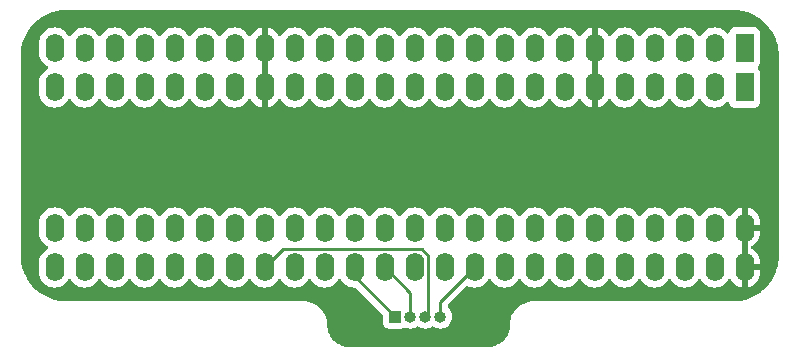
<source format=gbr>
G04 #@! TF.GenerationSoftware,KiCad,Pcbnew,7.0.0-1.fc37*
G04 #@! TF.CreationDate,2023-02-19T18:59:07+00:00*
G04 #@! TF.ProjectId,Gary,47617279-2e6b-4696-9361-645f70636258,rev?*
G04 #@! TF.SameCoordinates,Original*
G04 #@! TF.FileFunction,Copper,L2,Bot*
G04 #@! TF.FilePolarity,Positive*
%FSLAX46Y46*%
G04 Gerber Fmt 4.6, Leading zero omitted, Abs format (unit mm)*
G04 Created by KiCad (PCBNEW 7.0.0-1.fc37) date 2023-02-19 18:59:07*
%MOMM*%
%LPD*%
G01*
G04 APERTURE LIST*
G04 #@! TA.AperFunction,ComponentPad*
%ADD10R,1.600000X2.400000*%
G04 #@! TD*
G04 #@! TA.AperFunction,ComponentPad*
%ADD11O,1.600000X2.400000*%
G04 #@! TD*
G04 #@! TA.AperFunction,ComponentPad*
%ADD12R,1.000000X1.000000*%
G04 #@! TD*
G04 #@! TA.AperFunction,ComponentPad*
%ADD13O,1.000000X1.000000*%
G04 #@! TD*
G04 #@! TA.AperFunction,Conductor*
%ADD14C,0.250000*%
G04 #@! TD*
G04 APERTURE END LIST*
D10*
G04 #@! TO.P,U2,1,GND*
G04 #@! TO.N,GND*
X186425999Y-42234799D03*
D11*
G04 #@! TO.P,U2,2,_VPA*
G04 #@! TO.N,/VPA*
X183885999Y-42234799D03*
G04 #@! TO.P,U2,3,_OEL*
G04 #@! TO.N,/OEL*
X181345999Y-42234799D03*
G04 #@! TO.P,U2,4,_OEB*
G04 #@! TO.N,/OEB*
X178805999Y-42234799D03*
G04 #@! TO.P,U2,5,_KBRESET*
G04 #@! TO.N,/KBRESET*
X176265999Y-42234799D03*
G04 #@! TO.P,U2,6,VCC*
G04 #@! TO.N,VCC*
X173725999Y-42234799D03*
G04 #@! TO.P,U2,7,_MTR*
G04 #@! TO.N,/MTR*
X171185999Y-42234799D03*
G04 #@! TO.P,U2,8,DKWE*
G04 #@! TO.N,/DKWE*
X168645999Y-42234799D03*
G04 #@! TO.P,U2,9,_DKWD*
G04 #@! TO.N,/DKWD*
X166105999Y-42234799D03*
G04 #@! TO.P,U2,10,_LDS*
G04 #@! TO.N,/LDS*
X163565999Y-42234799D03*
G04 #@! TO.P,U2,11,_UDS*
G04 #@! TO.N,/UDS*
X161025999Y-42234799D03*
G04 #@! TO.P,U2,12,R/W*
G04 #@! TO.N,/RW*
X158485999Y-42234799D03*
G04 #@! TO.P,U2,13,_AS*
G04 #@! TO.N,/AS*
X155945999Y-42234799D03*
G04 #@! TO.P,U2,14,_BGACK*
G04 #@! TO.N,/BGACK*
X153405999Y-42234799D03*
G04 #@! TO.P,U2,15,_BLIT*
G04 #@! TO.N,/BLIT*
X150865999Y-42234799D03*
G04 #@! TO.P,U2,16,_SEL*
G04 #@! TO.N,/SEL*
X148325999Y-42234799D03*
G04 #@! TO.P,U2,17,VCC*
G04 #@! TO.N,VCC*
X145785999Y-42234799D03*
G04 #@! TO.P,U2,18,_REGEN*
G04 #@! TO.N,/REGEN*
X143245999Y-42234799D03*
G04 #@! TO.P,U2,19,_BLISS*
G04 #@! TO.N,/BLISS*
X140705999Y-42234799D03*
G04 #@! TO.P,U2,20,_RAMEN*
G04 #@! TO.N,/RAMEN*
X138165999Y-42234799D03*
G04 #@! TO.P,U2,21,_ROMEN*
G04 #@! TO.N,/ROMEN*
X135625999Y-42234799D03*
G04 #@! TO.P,U2,22,_CLKRD*
G04 #@! TO.N,/CLKRD*
X133085999Y-42234799D03*
G04 #@! TO.P,U2,23,_CLKWR*
G04 #@! TO.N,/CLKWR*
X130545999Y-42234799D03*
G04 #@! TO.P,U2,24,GND*
G04 #@! TO.N,GND*
X128005999Y-42234799D03*
G04 #@! TO.P,U2,25,_LATCH*
G04 #@! TO.N,/LATCH*
X128005999Y-57474799D03*
G04 #@! TO.P,U2,26,_CDAC*
G04 #@! TO.N,/CDAC*
X130545999Y-57474799D03*
G04 #@! TO.P,U2,27,CCKQ*
G04 #@! TO.N,/CCKQ*
X133085999Y-57474799D03*
G04 #@! TO.P,U2,28,CCK*
G04 #@! TO.N,/CCK*
X135625999Y-57474799D03*
G04 #@! TO.P,U2,29,_OVR*
G04 #@! TO.N,/OVR*
X138165999Y-57474799D03*
G04 #@! TO.P,U2,30,OVL*
G04 #@! TO.N,/OVL*
X140705999Y-57474799D03*
G04 #@! TO.P,U2,31,XRDY*
G04 #@! TO.N,/XRDY*
X143245999Y-57474799D03*
G04 #@! TO.P,U2,32,_EXRAM*
G04 #@! TO.N,/EXRAM_CHIP*
X145785999Y-57474799D03*
G04 #@! TO.P,U2,33,A17*
G04 #@! TO.N,/A17*
X148325999Y-57474799D03*
G04 #@! TO.P,U2,34,A18*
G04 #@! TO.N,/A18*
X150865999Y-57474799D03*
G04 #@! TO.P,U2,35,A19*
G04 #@! TO.N,/A19*
X153405999Y-57474799D03*
G04 #@! TO.P,U2,36,A20*
G04 #@! TO.N,/A20*
X155945999Y-57474799D03*
G04 #@! TO.P,U2,37,A21*
G04 #@! TO.N,/A21*
X158485999Y-57474799D03*
G04 #@! TO.P,U2,38,A22*
G04 #@! TO.N,/A22*
X161025999Y-57474799D03*
G04 #@! TO.P,U2,39,A23*
G04 #@! TO.N,/A23*
X163565999Y-57474799D03*
G04 #@! TO.P,U2,40,NC*
G04 #@! TO.N,unconnected-(U2C-NC)*
X166105999Y-57474799D03*
G04 #@! TO.P,U2,41,_RST*
G04 #@! TO.N,/RST*
X168645999Y-57474799D03*
G04 #@! TO.P,U2,42,_HLT*
G04 #@! TO.N,/HLT*
X171185999Y-57474799D03*
G04 #@! TO.P,U2,43,_DTACK*
G04 #@! TO.N,/DTACK*
X173725999Y-57474799D03*
G04 #@! TO.P,U2,44,DKWEB*
G04 #@! TO.N,/DKWEB*
X176265999Y-57474799D03*
G04 #@! TO.P,U2,45,DKWDB*
G04 #@! TO.N,/DKWDB*
X178805999Y-57474799D03*
G04 #@! TO.P,U2,46,MTRON*
G04 #@! TO.N,/MTRON*
X181345999Y-57474799D03*
G04 #@! TO.P,U2,47,MTRX*
G04 #@! TO.N,/MTRX*
X183885999Y-57474799D03*
G04 #@! TO.P,U2,48,VCC*
G04 #@! TO.N,VCC*
X186425999Y-57474799D03*
G04 #@! TD*
D10*
G04 #@! TO.P,U1,1,GND*
G04 #@! TO.N,GND*
X186425999Y-38856999D03*
D11*
G04 #@! TO.P,U1,2,_VPA*
G04 #@! TO.N,/VPA*
X183885999Y-38856999D03*
G04 #@! TO.P,U1,3,_OEL*
G04 #@! TO.N,/OEL*
X181345999Y-38856999D03*
G04 #@! TO.P,U1,4,_OEB*
G04 #@! TO.N,/OEB*
X178805999Y-38856999D03*
G04 #@! TO.P,U1,5,_KBRESET*
G04 #@! TO.N,/KBRESET*
X176265999Y-38856999D03*
G04 #@! TO.P,U1,6,VCC*
G04 #@! TO.N,VCC*
X173725999Y-38856999D03*
G04 #@! TO.P,U1,7,_MTR*
G04 #@! TO.N,/MTR*
X171185999Y-38856999D03*
G04 #@! TO.P,U1,8,DKWE*
G04 #@! TO.N,/DKWE*
X168645999Y-38856999D03*
G04 #@! TO.P,U1,9,_DKWD*
G04 #@! TO.N,/DKWD*
X166105999Y-38856999D03*
G04 #@! TO.P,U1,10,_LDS*
G04 #@! TO.N,/LDS*
X163565999Y-38856999D03*
G04 #@! TO.P,U1,11,_UDS*
G04 #@! TO.N,/UDS*
X161025999Y-38856999D03*
G04 #@! TO.P,U1,12,R/W*
G04 #@! TO.N,/RW*
X158485999Y-38856999D03*
G04 #@! TO.P,U1,13,_AS*
G04 #@! TO.N,/AS*
X155945999Y-38856999D03*
G04 #@! TO.P,U1,14,_BGACK*
G04 #@! TO.N,/BGACK*
X153405999Y-38856999D03*
G04 #@! TO.P,U1,15,_BLIT*
G04 #@! TO.N,/BLIT*
X150865999Y-38856999D03*
G04 #@! TO.P,U1,16,_SEL*
G04 #@! TO.N,/SEL*
X148325999Y-38856999D03*
G04 #@! TO.P,U1,17,VCC*
G04 #@! TO.N,VCC*
X145785999Y-38856999D03*
G04 #@! TO.P,U1,18,_REGEN*
G04 #@! TO.N,/REGEN*
X143245999Y-38856999D03*
G04 #@! TO.P,U1,19,_BLISS*
G04 #@! TO.N,/BLISS*
X140705999Y-38856999D03*
G04 #@! TO.P,U1,20,_RAMEN*
G04 #@! TO.N,/RAMEN*
X138165999Y-38856999D03*
G04 #@! TO.P,U1,21,_ROMEN*
G04 #@! TO.N,/ROMEN*
X135625999Y-38856999D03*
G04 #@! TO.P,U1,22,_CLKRD*
G04 #@! TO.N,/CLKRD*
X133085999Y-38856999D03*
G04 #@! TO.P,U1,23,_CLKWR*
G04 #@! TO.N,/CLKWR*
X130545999Y-38856999D03*
G04 #@! TO.P,U1,24,GND*
G04 #@! TO.N,GND*
X128005999Y-38856999D03*
G04 #@! TO.P,U1,25,_LATCH*
G04 #@! TO.N,/LATCH*
X128005999Y-54096999D03*
G04 #@! TO.P,U1,26,_CDAC*
G04 #@! TO.N,/CDAC*
X130545999Y-54096999D03*
G04 #@! TO.P,U1,27,CCKQ*
G04 #@! TO.N,/CCKQ*
X133085999Y-54096999D03*
G04 #@! TO.P,U1,28,CCK*
G04 #@! TO.N,/CCK*
X135625999Y-54096999D03*
G04 #@! TO.P,U1,29,_OVR*
G04 #@! TO.N,/OVR*
X138165999Y-54096999D03*
G04 #@! TO.P,U1,30,OVL*
G04 #@! TO.N,/OVL*
X140705999Y-54096999D03*
G04 #@! TO.P,U1,31,XRDY*
G04 #@! TO.N,/XRDY*
X143245999Y-54096999D03*
G04 #@! TO.P,U1,32,_EXRAM*
G04 #@! TO.N,/EXRAM_SOCKET*
X145785999Y-54096999D03*
G04 #@! TO.P,U1,33,A17*
G04 #@! TO.N,/A17*
X148325999Y-54096999D03*
G04 #@! TO.P,U1,34,A18*
G04 #@! TO.N,/A18*
X150865999Y-54096999D03*
G04 #@! TO.P,U1,35,A19*
G04 #@! TO.N,/A19*
X153405999Y-54096999D03*
G04 #@! TO.P,U1,36,A20*
G04 #@! TO.N,/A20*
X155945999Y-54096999D03*
G04 #@! TO.P,U1,37,A21*
G04 #@! TO.N,/A21*
X158485999Y-54096999D03*
G04 #@! TO.P,U1,38,A22*
G04 #@! TO.N,/A22*
X161025999Y-54096999D03*
G04 #@! TO.P,U1,39,A23*
G04 #@! TO.N,/A23*
X163565999Y-54096999D03*
G04 #@! TO.P,U1,40,NC*
G04 #@! TO.N,unconnected-(U1C-NC)*
X166105999Y-54096999D03*
G04 #@! TO.P,U1,41,_RST*
G04 #@! TO.N,/RST*
X168645999Y-54096999D03*
G04 #@! TO.P,U1,42,_HLT*
G04 #@! TO.N,/HLT*
X171185999Y-54096999D03*
G04 #@! TO.P,U1,43,_DTACK*
G04 #@! TO.N,/DTACK*
X173725999Y-54096999D03*
G04 #@! TO.P,U1,44,DKWEB*
G04 #@! TO.N,/DKWEB*
X176265999Y-54096999D03*
G04 #@! TO.P,U1,45,DKWDB*
G04 #@! TO.N,/DKWDB*
X178805999Y-54096999D03*
G04 #@! TO.P,U1,46,MTRON*
G04 #@! TO.N,/MTRON*
X181345999Y-54096999D03*
G04 #@! TO.P,U1,47,MTRX*
G04 #@! TO.N,/MTRX*
X183885999Y-54096999D03*
G04 #@! TO.P,U1,48,VCC*
G04 #@! TO.N,VCC*
X186425999Y-54096999D03*
G04 #@! TD*
D12*
G04 #@! TO.P,J1,1,Pin_1*
G04 #@! TO.N,/A19*
X156849999Y-61639599D03*
D13*
G04 #@! TO.P,J1,2,Pin_2*
G04 #@! TO.N,/A20*
X158119999Y-61639599D03*
G04 #@! TO.P,J1,3,Pin_3*
G04 #@! TO.N,/EXRAM_CHIP*
X159389999Y-61639599D03*
G04 #@! TO.P,J1,4,Pin_4*
G04 #@! TO.N,/A23*
X160659999Y-61639599D03*
G04 #@! TD*
D14*
G04 #@! TO.N,/A19*
X153406000Y-58195600D02*
X156850000Y-61639600D01*
X153406000Y-57474800D02*
X153406000Y-58195600D01*
G04 #@! TO.N,/A20*
X158120000Y-59648800D02*
X158120000Y-61639600D01*
X155946000Y-57474800D02*
X158120000Y-59648800D01*
G04 #@! TO.N,/A23*
X163566000Y-57474800D02*
X160660000Y-60380800D01*
X160660000Y-60380800D02*
X160660000Y-61639600D01*
G04 #@! TO.N,/EXRAM_CHIP*
X145786000Y-57474800D02*
X147310520Y-55950280D01*
X159074280Y-55950280D02*
X159639000Y-56515000D01*
X159639000Y-61390600D02*
X159390000Y-61639600D01*
X159639000Y-56515000D02*
X159639000Y-61390600D01*
X147310520Y-55950280D02*
X159074280Y-55950280D01*
G04 #@! TD*
G04 #@! TA.AperFunction,Conductor*
G04 #@! TO.N,VCC*
G36*
X185422898Y-35662234D02*
G01*
X185592822Y-35670090D01*
X185592817Y-35670189D01*
X185593181Y-35670107D01*
X185781280Y-35679348D01*
X185792441Y-35680398D01*
X185971830Y-35705421D01*
X185972617Y-35705535D01*
X186150397Y-35731906D01*
X186160744Y-35733887D01*
X186338619Y-35775723D01*
X186340091Y-35776080D01*
X186512815Y-35819345D01*
X186522236Y-35822100D01*
X186696012Y-35880344D01*
X186698418Y-35881177D01*
X186865242Y-35940867D01*
X186873681Y-35944236D01*
X187041711Y-36018428D01*
X187044611Y-36019753D01*
X187204494Y-36095373D01*
X187211909Y-36099187D01*
X187372540Y-36188658D01*
X187375971Y-36190640D01*
X187496280Y-36262750D01*
X187527430Y-36281421D01*
X187533860Y-36285545D01*
X187685677Y-36389542D01*
X187689528Y-36392288D01*
X187831212Y-36497368D01*
X187836634Y-36501624D01*
X187978268Y-36619235D01*
X187982368Y-36622793D01*
X188113063Y-36741248D01*
X188117542Y-36745513D01*
X188247685Y-36875656D01*
X188251950Y-36880135D01*
X188370405Y-37010830D01*
X188373970Y-37014938D01*
X188484878Y-37148500D01*
X188491562Y-37156549D01*
X188495830Y-37161986D01*
X188600910Y-37303670D01*
X188603656Y-37307521D01*
X188707653Y-37459338D01*
X188711777Y-37465768D01*
X188802538Y-37617193D01*
X188804540Y-37620658D01*
X188894011Y-37781289D01*
X188897838Y-37788729D01*
X188973427Y-37948549D01*
X188974788Y-37951527D01*
X189048961Y-38119514D01*
X189052332Y-38127960D01*
X189112021Y-38294780D01*
X189112854Y-38297186D01*
X189171098Y-38470962D01*
X189173854Y-38480388D01*
X189217080Y-38652952D01*
X189217509Y-38654721D01*
X189259310Y-38832451D01*
X189261293Y-38842810D01*
X189287640Y-39020425D01*
X189287796Y-39021505D01*
X189312797Y-39200725D01*
X189313853Y-39211951D01*
X189323091Y-39400014D01*
X189323099Y-39400377D01*
X189323109Y-39400377D01*
X189330966Y-39570302D01*
X189331100Y-39576122D01*
X189331100Y-56435878D01*
X189330966Y-56441698D01*
X189323109Y-56611622D01*
X189323091Y-56611984D01*
X189313853Y-56800047D01*
X189312797Y-56811273D01*
X189287796Y-56990493D01*
X189287640Y-56991573D01*
X189261293Y-57169188D01*
X189259310Y-57179547D01*
X189217509Y-57357277D01*
X189217080Y-57359046D01*
X189173854Y-57531610D01*
X189171098Y-57541036D01*
X189112854Y-57714812D01*
X189112021Y-57717218D01*
X189052332Y-57884038D01*
X189048961Y-57892484D01*
X188974788Y-58060471D01*
X188973427Y-58063449D01*
X188897838Y-58223269D01*
X188894011Y-58230709D01*
X188804540Y-58391340D01*
X188802538Y-58394805D01*
X188711777Y-58546230D01*
X188707653Y-58552660D01*
X188603656Y-58704477D01*
X188600910Y-58708328D01*
X188495830Y-58850012D01*
X188491562Y-58855449D01*
X188373981Y-58997047D01*
X188370405Y-59001168D01*
X188251950Y-59131863D01*
X188247685Y-59136342D01*
X188117542Y-59266485D01*
X188113063Y-59270750D01*
X187982368Y-59389205D01*
X187978247Y-59392781D01*
X187836649Y-59510362D01*
X187831212Y-59514630D01*
X187689528Y-59619710D01*
X187685677Y-59622456D01*
X187533860Y-59726453D01*
X187527430Y-59730577D01*
X187376005Y-59821338D01*
X187372540Y-59823340D01*
X187211909Y-59912811D01*
X187204469Y-59916638D01*
X187044649Y-59992227D01*
X187041671Y-59993588D01*
X186873684Y-60067761D01*
X186865238Y-60071132D01*
X186698418Y-60130821D01*
X186696012Y-60131654D01*
X186522236Y-60189898D01*
X186512810Y-60192654D01*
X186340246Y-60235880D01*
X186338477Y-60236309D01*
X186160747Y-60278110D01*
X186150388Y-60280093D01*
X185972773Y-60306440D01*
X185971693Y-60306596D01*
X185792473Y-60331597D01*
X185781247Y-60332653D01*
X185593184Y-60341891D01*
X185592822Y-60341909D01*
X185422898Y-60349766D01*
X185417078Y-60349900D01*
X168504100Y-60349900D01*
X168503600Y-60349900D01*
X168377042Y-60349900D01*
X168372956Y-60350437D01*
X168372954Y-60350438D01*
X168130187Y-60382398D01*
X168130173Y-60382400D01*
X168126092Y-60382938D01*
X168122109Y-60384005D01*
X168122105Y-60384006D01*
X167885582Y-60447382D01*
X167885577Y-60447383D01*
X167881601Y-60448449D01*
X167877802Y-60450022D01*
X167877792Y-60450026D01*
X167651560Y-60543735D01*
X167651551Y-60543739D01*
X167647752Y-60545313D01*
X167644183Y-60547373D01*
X167644180Y-60547375D01*
X167432123Y-60669806D01*
X167432112Y-60669813D01*
X167428548Y-60671871D01*
X167425282Y-60674376D01*
X167425276Y-60674381D01*
X167231015Y-60823442D01*
X167231008Y-60823447D01*
X167227737Y-60825958D01*
X167224817Y-60828877D01*
X167224809Y-60828885D01*
X167051685Y-61002009D01*
X167051677Y-61002017D01*
X167048758Y-61004937D01*
X167046247Y-61008208D01*
X167046242Y-61008215D01*
X166897181Y-61202476D01*
X166897176Y-61202482D01*
X166894671Y-61205748D01*
X166892613Y-61209312D01*
X166892606Y-61209323D01*
X166864665Y-61257719D01*
X166768113Y-61424952D01*
X166766539Y-61428751D01*
X166766535Y-61428760D01*
X166672826Y-61654992D01*
X166672822Y-61655002D01*
X166671249Y-61658801D01*
X166670183Y-61662777D01*
X166670182Y-61662782D01*
X166625072Y-61831138D01*
X166605738Y-61903292D01*
X166605200Y-61907373D01*
X166605198Y-61907387D01*
X166588679Y-62032865D01*
X166572700Y-62154242D01*
X166572700Y-62158364D01*
X166572700Y-62276676D01*
X166572430Y-62284920D01*
X166567241Y-62364058D01*
X166567190Y-62364802D01*
X166555180Y-62532734D01*
X166553080Y-62548327D01*
X166531555Y-62656543D01*
X166531096Y-62658746D01*
X166502093Y-62792067D01*
X166498286Y-62805784D01*
X166460858Y-62916044D01*
X166459601Y-62919575D01*
X166414058Y-63041682D01*
X166409008Y-63053378D01*
X166356420Y-63160016D01*
X166354001Y-63164674D01*
X166292708Y-63276923D01*
X166286887Y-63286538D01*
X166220209Y-63386330D01*
X166216311Y-63391839D01*
X166140280Y-63493403D01*
X166134144Y-63500971D01*
X166054695Y-63591565D01*
X166049058Y-63597582D01*
X165959582Y-63687058D01*
X165953565Y-63692695D01*
X165862971Y-63772144D01*
X165855403Y-63778280D01*
X165753839Y-63854311D01*
X165748330Y-63858209D01*
X165648538Y-63924887D01*
X165638923Y-63930708D01*
X165526674Y-63992001D01*
X165522016Y-63994420D01*
X165415378Y-64047008D01*
X165403682Y-64052058D01*
X165281575Y-64097601D01*
X165278044Y-64098858D01*
X165167784Y-64136286D01*
X165154067Y-64140093D01*
X165020746Y-64169096D01*
X165018543Y-64169555D01*
X164910327Y-64191080D01*
X164894734Y-64193180D01*
X164726802Y-64205190D01*
X164726058Y-64205241D01*
X164648895Y-64210300D01*
X164646918Y-64210430D01*
X164638676Y-64210700D01*
X153013723Y-64210700D01*
X153005481Y-64210430D01*
X153003059Y-64210271D01*
X152926352Y-64205242D01*
X152925607Y-64205191D01*
X152757664Y-64193180D01*
X152742071Y-64191080D01*
X152633855Y-64169555D01*
X152631652Y-64169096D01*
X152498331Y-64140093D01*
X152484614Y-64136286D01*
X152374354Y-64098858D01*
X152370823Y-64097601D01*
X152248716Y-64052058D01*
X152237020Y-64047008D01*
X152130382Y-63994420D01*
X152125724Y-63992001D01*
X152013475Y-63930708D01*
X152003860Y-63924887D01*
X151904068Y-63858209D01*
X151898585Y-63854330D01*
X151796993Y-63778278D01*
X151789427Y-63772144D01*
X151698833Y-63692695D01*
X151692816Y-63687058D01*
X151603340Y-63597582D01*
X151597703Y-63591565D01*
X151518254Y-63500971D01*
X151512125Y-63493412D01*
X151436059Y-63391799D01*
X151432204Y-63386351D01*
X151365506Y-63286530D01*
X151359696Y-63276933D01*
X151298378Y-63164638D01*
X151295988Y-63160035D01*
X151243388Y-63053373D01*
X151238345Y-63041695D01*
X151192787Y-62919549D01*
X151191540Y-62916044D01*
X151154112Y-62805784D01*
X151150305Y-62792067D01*
X151121272Y-62658602D01*
X151120872Y-62656686D01*
X151099315Y-62548311D01*
X151097220Y-62532750D01*
X151085194Y-62364608D01*
X151085157Y-62364058D01*
X151079970Y-62284918D01*
X151079700Y-62276678D01*
X151079700Y-62158364D01*
X151079700Y-62154242D01*
X151046662Y-61903292D01*
X150981151Y-61658801D01*
X150884287Y-61424952D01*
X150757729Y-61205748D01*
X150603642Y-61004937D01*
X150424663Y-60825958D01*
X150223852Y-60671871D01*
X150220280Y-60669808D01*
X150220276Y-60669806D01*
X150008219Y-60547375D01*
X150004648Y-60545313D01*
X150000842Y-60543736D01*
X150000839Y-60543735D01*
X149774607Y-60450026D01*
X149774602Y-60450024D01*
X149770799Y-60448449D01*
X149526308Y-60382938D01*
X149522223Y-60382400D01*
X149522212Y-60382398D01*
X149279445Y-60350438D01*
X149279444Y-60350437D01*
X149275358Y-60349900D01*
X149271236Y-60349900D01*
X129034922Y-60349900D01*
X129029102Y-60349766D01*
X128859176Y-60341909D01*
X128858814Y-60341891D01*
X128670751Y-60332653D01*
X128659525Y-60331597D01*
X128480305Y-60306596D01*
X128479225Y-60306440D01*
X128301610Y-60280093D01*
X128291251Y-60278110D01*
X128113521Y-60236309D01*
X128111752Y-60235880D01*
X127939188Y-60192654D01*
X127929762Y-60189898D01*
X127755986Y-60131654D01*
X127753580Y-60130821D01*
X127586760Y-60071132D01*
X127578314Y-60067761D01*
X127410327Y-59993588D01*
X127407349Y-59992227D01*
X127247529Y-59916638D01*
X127240089Y-59912811D01*
X127079458Y-59823340D01*
X127075993Y-59821338D01*
X126924568Y-59730577D01*
X126918138Y-59726453D01*
X126766321Y-59622456D01*
X126762470Y-59619710D01*
X126620786Y-59514630D01*
X126615349Y-59510362D01*
X126615030Y-59510097D01*
X126473738Y-59392770D01*
X126469630Y-59389205D01*
X126338935Y-59270750D01*
X126334456Y-59266485D01*
X126204313Y-59136342D01*
X126200048Y-59131863D01*
X126175142Y-59104384D01*
X126116116Y-59039258D01*
X126081593Y-59001168D01*
X126078035Y-58997068D01*
X125960424Y-58855434D01*
X125956168Y-58850012D01*
X125851088Y-58708328D01*
X125848342Y-58704477D01*
X125744345Y-58552660D01*
X125740221Y-58546230D01*
X125707566Y-58491749D01*
X125649440Y-58394771D01*
X125647458Y-58391340D01*
X125557987Y-58230709D01*
X125554173Y-58223294D01*
X125478553Y-58063411D01*
X125477228Y-58060511D01*
X125420453Y-57931927D01*
X126697500Y-57931927D01*
X126697737Y-57934644D01*
X126697738Y-57934650D01*
X126711969Y-58097319D01*
X126712457Y-58102887D01*
X126771716Y-58324043D01*
X126774038Y-58329023D01*
X126774039Y-58329025D01*
X126866034Y-58526310D01*
X126868477Y-58531549D01*
X126871630Y-58536052D01*
X126871633Y-58536057D01*
X126883259Y-58552660D01*
X126999802Y-58719100D01*
X127161700Y-58880998D01*
X127246966Y-58940702D01*
X127327434Y-58997047D01*
X127349251Y-59012323D01*
X127556757Y-59109084D01*
X127777913Y-59168343D01*
X128006000Y-59188298D01*
X128234087Y-59168343D01*
X128455243Y-59109084D01*
X128662749Y-59012323D01*
X128850300Y-58880998D01*
X129012198Y-58719100D01*
X129143523Y-58531549D01*
X129161804Y-58492343D01*
X129208300Y-58439325D01*
X129276000Y-58419592D01*
X129343700Y-58439325D01*
X129390195Y-58492343D01*
X129406149Y-58526558D01*
X129406150Y-58526559D01*
X129408477Y-58531549D01*
X129411630Y-58536052D01*
X129411633Y-58536057D01*
X129423259Y-58552660D01*
X129539802Y-58719100D01*
X129701700Y-58880998D01*
X129786966Y-58940702D01*
X129867434Y-58997047D01*
X129889251Y-59012323D01*
X130096757Y-59109084D01*
X130317913Y-59168343D01*
X130546000Y-59188298D01*
X130774087Y-59168343D01*
X130995243Y-59109084D01*
X131202749Y-59012323D01*
X131390300Y-58880998D01*
X131552198Y-58719100D01*
X131683523Y-58531549D01*
X131701804Y-58492343D01*
X131748300Y-58439325D01*
X131816000Y-58419592D01*
X131883700Y-58439325D01*
X131930195Y-58492343D01*
X131946149Y-58526558D01*
X131946150Y-58526559D01*
X131948477Y-58531549D01*
X131951630Y-58536052D01*
X131951633Y-58536057D01*
X131963259Y-58552660D01*
X132079802Y-58719100D01*
X132241700Y-58880998D01*
X132326966Y-58940702D01*
X132407434Y-58997047D01*
X132429251Y-59012323D01*
X132636757Y-59109084D01*
X132857913Y-59168343D01*
X133086000Y-59188298D01*
X133314087Y-59168343D01*
X133535243Y-59109084D01*
X133742749Y-59012323D01*
X133930300Y-58880998D01*
X134092198Y-58719100D01*
X134223523Y-58531549D01*
X134241804Y-58492343D01*
X134288300Y-58439325D01*
X134356000Y-58419592D01*
X134423700Y-58439325D01*
X134470195Y-58492343D01*
X134486149Y-58526558D01*
X134486150Y-58526559D01*
X134488477Y-58531549D01*
X134491630Y-58536052D01*
X134491633Y-58536057D01*
X134503259Y-58552660D01*
X134619802Y-58719100D01*
X134781700Y-58880998D01*
X134866966Y-58940702D01*
X134947434Y-58997047D01*
X134969251Y-59012323D01*
X135176757Y-59109084D01*
X135397913Y-59168343D01*
X135626000Y-59188298D01*
X135854087Y-59168343D01*
X136075243Y-59109084D01*
X136282749Y-59012323D01*
X136470300Y-58880998D01*
X136632198Y-58719100D01*
X136763523Y-58531549D01*
X136781804Y-58492343D01*
X136828300Y-58439325D01*
X136896000Y-58419592D01*
X136963700Y-58439325D01*
X137010195Y-58492343D01*
X137026149Y-58526558D01*
X137026150Y-58526559D01*
X137028477Y-58531549D01*
X137031630Y-58536052D01*
X137031633Y-58536057D01*
X137043259Y-58552660D01*
X137159802Y-58719100D01*
X137321700Y-58880998D01*
X137406966Y-58940702D01*
X137487434Y-58997047D01*
X137509251Y-59012323D01*
X137716757Y-59109084D01*
X137937913Y-59168343D01*
X138166000Y-59188298D01*
X138394087Y-59168343D01*
X138615243Y-59109084D01*
X138822749Y-59012323D01*
X139010300Y-58880998D01*
X139172198Y-58719100D01*
X139303523Y-58531549D01*
X139321804Y-58492343D01*
X139368300Y-58439325D01*
X139436000Y-58419592D01*
X139503700Y-58439325D01*
X139550195Y-58492343D01*
X139566149Y-58526558D01*
X139566150Y-58526559D01*
X139568477Y-58531549D01*
X139571630Y-58536052D01*
X139571633Y-58536057D01*
X139583259Y-58552660D01*
X139699802Y-58719100D01*
X139861700Y-58880998D01*
X139946966Y-58940702D01*
X140027434Y-58997047D01*
X140049251Y-59012323D01*
X140256757Y-59109084D01*
X140477913Y-59168343D01*
X140706000Y-59188298D01*
X140934087Y-59168343D01*
X141155243Y-59109084D01*
X141362749Y-59012323D01*
X141550300Y-58880998D01*
X141712198Y-58719100D01*
X141843523Y-58531549D01*
X141861804Y-58492343D01*
X141908300Y-58439325D01*
X141976000Y-58419592D01*
X142043700Y-58439325D01*
X142090195Y-58492343D01*
X142106149Y-58526558D01*
X142106150Y-58526559D01*
X142108477Y-58531549D01*
X142111630Y-58536052D01*
X142111633Y-58536057D01*
X142123259Y-58552660D01*
X142239802Y-58719100D01*
X142401700Y-58880998D01*
X142486966Y-58940702D01*
X142567434Y-58997047D01*
X142589251Y-59012323D01*
X142796757Y-59109084D01*
X143017913Y-59168343D01*
X143246000Y-59188298D01*
X143474087Y-59168343D01*
X143695243Y-59109084D01*
X143902749Y-59012323D01*
X144090300Y-58880998D01*
X144252198Y-58719100D01*
X144383523Y-58531549D01*
X144401804Y-58492343D01*
X144448300Y-58439325D01*
X144516000Y-58419592D01*
X144583700Y-58439325D01*
X144630195Y-58492343D01*
X144646149Y-58526558D01*
X144646150Y-58526559D01*
X144648477Y-58531549D01*
X144651630Y-58536052D01*
X144651633Y-58536057D01*
X144663259Y-58552660D01*
X144779802Y-58719100D01*
X144941700Y-58880998D01*
X145026966Y-58940702D01*
X145107434Y-58997047D01*
X145129251Y-59012323D01*
X145336757Y-59109084D01*
X145557913Y-59168343D01*
X145786000Y-59188298D01*
X146014087Y-59168343D01*
X146235243Y-59109084D01*
X146442749Y-59012323D01*
X146630300Y-58880998D01*
X146792198Y-58719100D01*
X146923523Y-58531549D01*
X146941804Y-58492343D01*
X146988300Y-58439325D01*
X147056000Y-58419592D01*
X147123700Y-58439325D01*
X147170195Y-58492343D01*
X147186149Y-58526558D01*
X147186150Y-58526559D01*
X147188477Y-58531549D01*
X147191630Y-58536052D01*
X147191633Y-58536057D01*
X147203259Y-58552660D01*
X147319802Y-58719100D01*
X147481700Y-58880998D01*
X147566966Y-58940702D01*
X147647434Y-58997047D01*
X147669251Y-59012323D01*
X147876757Y-59109084D01*
X148097913Y-59168343D01*
X148326000Y-59188298D01*
X148554087Y-59168343D01*
X148775243Y-59109084D01*
X148982749Y-59012323D01*
X149170300Y-58880998D01*
X149332198Y-58719100D01*
X149463523Y-58531549D01*
X149481804Y-58492343D01*
X149528300Y-58439325D01*
X149596000Y-58419592D01*
X149663700Y-58439325D01*
X149710195Y-58492343D01*
X149726149Y-58526558D01*
X149726150Y-58526559D01*
X149728477Y-58531549D01*
X149731630Y-58536052D01*
X149731633Y-58536057D01*
X149743259Y-58552660D01*
X149859802Y-58719100D01*
X150021700Y-58880998D01*
X150106966Y-58940702D01*
X150187434Y-58997047D01*
X150209251Y-59012323D01*
X150416757Y-59109084D01*
X150637913Y-59168343D01*
X150866000Y-59188298D01*
X151094087Y-59168343D01*
X151315243Y-59109084D01*
X151522749Y-59012323D01*
X151710300Y-58880998D01*
X151872198Y-58719100D01*
X152003523Y-58531549D01*
X152021804Y-58492343D01*
X152068300Y-58439325D01*
X152136000Y-58419592D01*
X152203700Y-58439325D01*
X152250195Y-58492343D01*
X152266149Y-58526558D01*
X152266150Y-58526559D01*
X152268477Y-58531549D01*
X152271630Y-58536052D01*
X152271633Y-58536057D01*
X152283259Y-58552660D01*
X152399802Y-58719100D01*
X152561700Y-58880998D01*
X152646966Y-58940702D01*
X152727434Y-58997047D01*
X152749251Y-59012323D01*
X152956757Y-59109084D01*
X153177913Y-59168343D01*
X153406000Y-59188298D01*
X153436475Y-59185631D01*
X153490550Y-59192749D01*
X153536552Y-59222056D01*
X155804595Y-61490099D01*
X155831909Y-61530976D01*
X155841500Y-61579194D01*
X155841500Y-62188238D01*
X155841859Y-62191585D01*
X155841860Y-62191588D01*
X155847168Y-62240967D01*
X155847169Y-62240973D01*
X155848011Y-62248801D01*
X155850762Y-62256178D01*
X155850763Y-62256180D01*
X155895962Y-62377363D01*
X155895964Y-62377366D01*
X155899111Y-62385804D01*
X155904508Y-62393014D01*
X155904510Y-62393017D01*
X155973452Y-62485112D01*
X155986739Y-62502861D01*
X155993950Y-62508259D01*
X156086627Y-62577637D01*
X156103796Y-62590489D01*
X156240799Y-62641589D01*
X156301362Y-62648100D01*
X157395269Y-62648100D01*
X157398638Y-62648100D01*
X157459201Y-62641589D01*
X157596204Y-62590489D01*
X157603416Y-62585089D01*
X157611328Y-62580770D01*
X157612303Y-62582555D01*
X157660168Y-62563221D01*
X157724102Y-62571831D01*
X157726732Y-62572920D01*
X157732196Y-62575841D01*
X157922299Y-62633508D01*
X157928460Y-62634114D01*
X157928461Y-62634115D01*
X158113837Y-62652373D01*
X158120000Y-62652980D01*
X158317701Y-62633508D01*
X158507804Y-62575841D01*
X158683004Y-62482195D01*
X158686045Y-62479699D01*
X158730416Y-62461318D01*
X158779584Y-62461318D01*
X158823954Y-62479699D01*
X158826996Y-62482195D01*
X159002196Y-62575841D01*
X159192299Y-62633508D01*
X159198460Y-62634114D01*
X159198461Y-62634115D01*
X159383837Y-62652373D01*
X159390000Y-62652980D01*
X159587701Y-62633508D01*
X159777804Y-62575841D01*
X159953004Y-62482195D01*
X159956045Y-62479699D01*
X160000416Y-62461318D01*
X160049584Y-62461318D01*
X160093954Y-62479699D01*
X160096996Y-62482195D01*
X160272196Y-62575841D01*
X160462299Y-62633508D01*
X160468460Y-62634114D01*
X160468461Y-62634115D01*
X160653837Y-62652373D01*
X160660000Y-62652980D01*
X160857701Y-62633508D01*
X161047804Y-62575841D01*
X161223004Y-62482195D01*
X161376568Y-62356168D01*
X161502595Y-62202604D01*
X161596241Y-62027404D01*
X161653908Y-61837301D01*
X161673380Y-61639600D01*
X161672773Y-61633437D01*
X161654515Y-61448061D01*
X161654514Y-61448060D01*
X161653908Y-61441899D01*
X161596241Y-61251796D01*
X161502595Y-61076596D01*
X161376568Y-60923032D01*
X161339564Y-60892664D01*
X161305597Y-60849139D01*
X161293500Y-60795267D01*
X161293500Y-60695394D01*
X161303091Y-60647176D01*
X161330402Y-60606301D01*
X162857187Y-59079515D01*
X162899758Y-59051516D01*
X162949943Y-59042667D01*
X162999526Y-59054418D01*
X163116757Y-59109084D01*
X163337913Y-59168343D01*
X163566000Y-59188298D01*
X163794087Y-59168343D01*
X164015243Y-59109084D01*
X164222749Y-59012323D01*
X164410300Y-58880998D01*
X164572198Y-58719100D01*
X164703523Y-58531549D01*
X164721804Y-58492343D01*
X164768300Y-58439325D01*
X164836000Y-58419592D01*
X164903700Y-58439325D01*
X164950195Y-58492343D01*
X164966149Y-58526558D01*
X164966150Y-58526559D01*
X164968477Y-58531549D01*
X164971630Y-58536052D01*
X164971633Y-58536057D01*
X164983259Y-58552660D01*
X165099802Y-58719100D01*
X165261700Y-58880998D01*
X165346966Y-58940702D01*
X165427434Y-58997047D01*
X165449251Y-59012323D01*
X165656757Y-59109084D01*
X165877913Y-59168343D01*
X166106000Y-59188298D01*
X166334087Y-59168343D01*
X166555243Y-59109084D01*
X166762749Y-59012323D01*
X166950300Y-58880998D01*
X167112198Y-58719100D01*
X167243523Y-58531549D01*
X167261804Y-58492343D01*
X167308300Y-58439325D01*
X167376000Y-58419592D01*
X167443700Y-58439325D01*
X167490195Y-58492343D01*
X167506149Y-58526558D01*
X167506150Y-58526559D01*
X167508477Y-58531549D01*
X167511630Y-58536052D01*
X167511633Y-58536057D01*
X167523259Y-58552660D01*
X167639802Y-58719100D01*
X167801700Y-58880998D01*
X167886966Y-58940702D01*
X167967434Y-58997047D01*
X167989251Y-59012323D01*
X168196757Y-59109084D01*
X168417913Y-59168343D01*
X168646000Y-59188298D01*
X168874087Y-59168343D01*
X169095243Y-59109084D01*
X169302749Y-59012323D01*
X169490300Y-58880998D01*
X169652198Y-58719100D01*
X169783523Y-58531549D01*
X169801804Y-58492343D01*
X169848300Y-58439325D01*
X169916000Y-58419592D01*
X169983700Y-58439325D01*
X170030195Y-58492343D01*
X170046149Y-58526558D01*
X170046150Y-58526559D01*
X170048477Y-58531549D01*
X170051630Y-58536052D01*
X170051633Y-58536057D01*
X170063259Y-58552660D01*
X170179802Y-58719100D01*
X170341700Y-58880998D01*
X170426966Y-58940702D01*
X170507434Y-58997047D01*
X170529251Y-59012323D01*
X170736757Y-59109084D01*
X170957913Y-59168343D01*
X171186000Y-59188298D01*
X171414087Y-59168343D01*
X171635243Y-59109084D01*
X171842749Y-59012323D01*
X172030300Y-58880998D01*
X172192198Y-58719100D01*
X172323523Y-58531549D01*
X172341804Y-58492343D01*
X172388300Y-58439325D01*
X172456000Y-58419592D01*
X172523700Y-58439325D01*
X172570195Y-58492343D01*
X172586149Y-58526558D01*
X172586150Y-58526559D01*
X172588477Y-58531549D01*
X172591630Y-58536052D01*
X172591633Y-58536057D01*
X172603259Y-58552660D01*
X172719802Y-58719100D01*
X172881700Y-58880998D01*
X172966966Y-58940702D01*
X173047434Y-58997047D01*
X173069251Y-59012323D01*
X173276757Y-59109084D01*
X173497913Y-59168343D01*
X173726000Y-59188298D01*
X173954087Y-59168343D01*
X174175243Y-59109084D01*
X174382749Y-59012323D01*
X174570300Y-58880998D01*
X174732198Y-58719100D01*
X174863523Y-58531549D01*
X174881804Y-58492343D01*
X174928300Y-58439325D01*
X174996000Y-58419592D01*
X175063700Y-58439325D01*
X175110195Y-58492343D01*
X175126149Y-58526558D01*
X175126150Y-58526559D01*
X175128477Y-58531549D01*
X175131630Y-58536052D01*
X175131633Y-58536057D01*
X175143259Y-58552660D01*
X175259802Y-58719100D01*
X175421700Y-58880998D01*
X175506966Y-58940702D01*
X175587434Y-58997047D01*
X175609251Y-59012323D01*
X175816757Y-59109084D01*
X176037913Y-59168343D01*
X176266000Y-59188298D01*
X176494087Y-59168343D01*
X176715243Y-59109084D01*
X176922749Y-59012323D01*
X177110300Y-58880998D01*
X177272198Y-58719100D01*
X177403523Y-58531549D01*
X177421804Y-58492343D01*
X177468300Y-58439325D01*
X177536000Y-58419592D01*
X177603700Y-58439325D01*
X177650195Y-58492343D01*
X177666149Y-58526558D01*
X177666150Y-58526559D01*
X177668477Y-58531549D01*
X177671630Y-58536052D01*
X177671633Y-58536057D01*
X177683259Y-58552660D01*
X177799802Y-58719100D01*
X177961700Y-58880998D01*
X178046966Y-58940702D01*
X178127434Y-58997047D01*
X178149251Y-59012323D01*
X178356757Y-59109084D01*
X178577913Y-59168343D01*
X178806000Y-59188298D01*
X179034087Y-59168343D01*
X179255243Y-59109084D01*
X179462749Y-59012323D01*
X179650300Y-58880998D01*
X179812198Y-58719100D01*
X179943523Y-58531549D01*
X179961804Y-58492343D01*
X180008300Y-58439325D01*
X180076000Y-58419592D01*
X180143700Y-58439325D01*
X180190195Y-58492343D01*
X180206149Y-58526558D01*
X180206150Y-58526559D01*
X180208477Y-58531549D01*
X180211630Y-58536052D01*
X180211633Y-58536057D01*
X180223259Y-58552660D01*
X180339802Y-58719100D01*
X180501700Y-58880998D01*
X180586966Y-58940702D01*
X180667434Y-58997047D01*
X180689251Y-59012323D01*
X180896757Y-59109084D01*
X181117913Y-59168343D01*
X181346000Y-59188298D01*
X181574087Y-59168343D01*
X181795243Y-59109084D01*
X182002749Y-59012323D01*
X182190300Y-58880998D01*
X182352198Y-58719100D01*
X182483523Y-58531549D01*
X182501804Y-58492343D01*
X182548300Y-58439325D01*
X182616000Y-58419592D01*
X182683700Y-58439325D01*
X182730195Y-58492343D01*
X182746149Y-58526558D01*
X182746150Y-58526559D01*
X182748477Y-58531549D01*
X182751630Y-58536052D01*
X182751633Y-58536057D01*
X182763259Y-58552660D01*
X182879802Y-58719100D01*
X183041700Y-58880998D01*
X183126966Y-58940702D01*
X183207434Y-58997047D01*
X183229251Y-59012323D01*
X183436757Y-59109084D01*
X183657913Y-59168343D01*
X183886000Y-59188298D01*
X184114087Y-59168343D01*
X184335243Y-59109084D01*
X184542749Y-59012323D01*
X184730300Y-58880998D01*
X184892198Y-58719100D01*
X185023523Y-58531549D01*
X185042080Y-58491752D01*
X185088573Y-58438735D01*
X185156272Y-58419001D01*
X185223973Y-58438732D01*
X185270469Y-58491749D01*
X185286585Y-58526309D01*
X185292068Y-58535806D01*
X185417028Y-58714266D01*
X185424084Y-58722675D01*
X185578124Y-58876715D01*
X185586533Y-58883771D01*
X185764993Y-59008731D01*
X185774489Y-59014213D01*
X185971946Y-59106289D01*
X185982238Y-59110035D01*
X186157998Y-59157130D01*
X186169408Y-59157503D01*
X186172000Y-59146389D01*
X186680000Y-59146389D01*
X186682591Y-59157503D01*
X186694001Y-59157130D01*
X186869761Y-59110035D01*
X186880053Y-59106289D01*
X187077510Y-59014213D01*
X187087006Y-59008731D01*
X187265466Y-58883771D01*
X187273875Y-58876715D01*
X187427915Y-58722675D01*
X187434971Y-58714266D01*
X187559931Y-58535806D01*
X187565413Y-58526310D01*
X187657489Y-58328853D01*
X187661235Y-58318561D01*
X187717625Y-58108112D01*
X187719528Y-58097319D01*
X187733761Y-57934629D01*
X187734000Y-57929165D01*
X187734000Y-57745390D01*
X187730493Y-57732306D01*
X187717410Y-57728800D01*
X186696590Y-57728800D01*
X186683506Y-57732306D01*
X186680000Y-57745390D01*
X186680000Y-59146389D01*
X186172000Y-59146389D01*
X186172000Y-55788717D01*
X186174643Y-55788717D01*
X186677366Y-55788717D01*
X186680000Y-55788717D01*
X186680000Y-57204210D01*
X186683506Y-57217293D01*
X186696590Y-57220800D01*
X187717410Y-57220800D01*
X187730493Y-57217293D01*
X187734000Y-57204210D01*
X187734000Y-57020435D01*
X187733761Y-57014970D01*
X187719528Y-56852280D01*
X187717625Y-56841487D01*
X187661235Y-56631038D01*
X187657489Y-56620746D01*
X187565413Y-56423289D01*
X187559931Y-56413793D01*
X187434971Y-56235333D01*
X187427915Y-56226924D01*
X187273875Y-56072884D01*
X187265466Y-56065828D01*
X187087006Y-55940868D01*
X187077505Y-55935383D01*
X187001827Y-55900093D01*
X186948810Y-55853598D01*
X186929078Y-55785898D01*
X186948811Y-55718198D01*
X187001829Y-55671704D01*
X187077507Y-55636415D01*
X187087006Y-55630931D01*
X187265466Y-55505971D01*
X187273875Y-55498915D01*
X187427915Y-55344875D01*
X187434971Y-55336466D01*
X187559931Y-55158006D01*
X187565413Y-55148510D01*
X187657489Y-54951053D01*
X187661235Y-54940761D01*
X187717625Y-54730312D01*
X187719528Y-54719519D01*
X187733761Y-54556829D01*
X187734000Y-54551365D01*
X187734000Y-54367590D01*
X187730493Y-54354506D01*
X187717410Y-54351000D01*
X186696590Y-54351000D01*
X186683506Y-54354506D01*
X186680000Y-54367590D01*
X186680000Y-55783081D01*
X186677366Y-55783081D01*
X186677366Y-55788717D01*
X186174643Y-55788717D01*
X186174643Y-55783081D01*
X186172000Y-55783081D01*
X186172000Y-53826410D01*
X186680000Y-53826410D01*
X186683506Y-53839493D01*
X186696590Y-53843000D01*
X187717410Y-53843000D01*
X187730493Y-53839493D01*
X187734000Y-53826410D01*
X187734000Y-53642635D01*
X187733761Y-53637170D01*
X187719528Y-53474480D01*
X187717625Y-53463687D01*
X187661235Y-53253238D01*
X187657489Y-53242946D01*
X187565413Y-53045489D01*
X187559931Y-53035993D01*
X187434971Y-52857533D01*
X187427915Y-52849124D01*
X187273875Y-52695084D01*
X187265466Y-52688028D01*
X187087006Y-52563068D01*
X187077510Y-52557586D01*
X186880053Y-52465510D01*
X186869761Y-52461764D01*
X186694001Y-52414669D01*
X186682591Y-52414296D01*
X186680000Y-52425411D01*
X186680000Y-53826410D01*
X186172000Y-53826410D01*
X186172000Y-52425411D01*
X186169408Y-52414296D01*
X186157998Y-52414669D01*
X185982238Y-52461764D01*
X185971946Y-52465510D01*
X185774489Y-52557586D01*
X185764993Y-52563068D01*
X185586533Y-52688028D01*
X185578124Y-52695084D01*
X185424084Y-52849124D01*
X185417028Y-52857533D01*
X185292068Y-53035993D01*
X185286582Y-53045496D01*
X185270468Y-53080051D01*
X185223972Y-53133067D01*
X185156272Y-53152798D01*
X185088573Y-53133064D01*
X185042080Y-53080046D01*
X185025853Y-53045245D01*
X185025846Y-53045233D01*
X185023523Y-53040251D01*
X184892198Y-52852700D01*
X184730300Y-52690802D01*
X184656496Y-52639123D01*
X184547257Y-52562633D01*
X184547252Y-52562630D01*
X184542749Y-52559477D01*
X184335243Y-52462716D01*
X184114087Y-52403457D01*
X184108611Y-52402977D01*
X184108606Y-52402977D01*
X183891475Y-52383981D01*
X183886000Y-52383502D01*
X183880525Y-52383981D01*
X183663393Y-52402977D01*
X183663386Y-52402978D01*
X183657913Y-52403457D01*
X183652599Y-52404880D01*
X183652598Y-52404881D01*
X183442067Y-52461293D01*
X183442065Y-52461293D01*
X183436757Y-52462716D01*
X183431779Y-52465036D01*
X183431774Y-52465039D01*
X183234238Y-52557151D01*
X183234233Y-52557153D01*
X183229251Y-52559477D01*
X183224752Y-52562627D01*
X183224742Y-52562633D01*
X183046211Y-52687643D01*
X183046208Y-52687645D01*
X183041700Y-52690802D01*
X183037808Y-52694693D01*
X183037802Y-52694699D01*
X182883699Y-52848802D01*
X182883693Y-52848808D01*
X182879802Y-52852700D01*
X182876645Y-52857208D01*
X182876643Y-52857211D01*
X182751633Y-53035742D01*
X182751627Y-53035752D01*
X182748477Y-53040251D01*
X182746153Y-53045233D01*
X182746151Y-53045238D01*
X182730195Y-53079457D01*
X182683700Y-53132474D01*
X182616000Y-53152207D01*
X182548300Y-53132474D01*
X182501805Y-53079457D01*
X182499905Y-53075383D01*
X182483523Y-53040251D01*
X182352198Y-52852700D01*
X182190300Y-52690802D01*
X182116496Y-52639123D01*
X182007257Y-52562633D01*
X182007252Y-52562630D01*
X182002749Y-52559477D01*
X181795243Y-52462716D01*
X181574087Y-52403457D01*
X181568611Y-52402977D01*
X181568606Y-52402977D01*
X181351475Y-52383981D01*
X181346000Y-52383502D01*
X181340525Y-52383981D01*
X181123393Y-52402977D01*
X181123386Y-52402978D01*
X181117913Y-52403457D01*
X181112599Y-52404880D01*
X181112598Y-52404881D01*
X180902067Y-52461293D01*
X180902065Y-52461293D01*
X180896757Y-52462716D01*
X180891779Y-52465036D01*
X180891774Y-52465039D01*
X180694238Y-52557151D01*
X180694233Y-52557153D01*
X180689251Y-52559477D01*
X180684752Y-52562627D01*
X180684742Y-52562633D01*
X180506211Y-52687643D01*
X180506208Y-52687645D01*
X180501700Y-52690802D01*
X180497808Y-52694693D01*
X180497802Y-52694699D01*
X180343699Y-52848802D01*
X180343693Y-52848808D01*
X180339802Y-52852700D01*
X180336645Y-52857208D01*
X180336643Y-52857211D01*
X180211633Y-53035742D01*
X180211627Y-53035752D01*
X180208477Y-53040251D01*
X180206153Y-53045233D01*
X180206151Y-53045238D01*
X180190195Y-53079457D01*
X180143700Y-53132474D01*
X180076000Y-53152207D01*
X180008300Y-53132474D01*
X179961805Y-53079457D01*
X179959905Y-53075383D01*
X179943523Y-53040251D01*
X179812198Y-52852700D01*
X179650300Y-52690802D01*
X179576496Y-52639123D01*
X179467257Y-52562633D01*
X179467252Y-52562630D01*
X179462749Y-52559477D01*
X179255243Y-52462716D01*
X179034087Y-52403457D01*
X179028611Y-52402977D01*
X179028606Y-52402977D01*
X178811475Y-52383981D01*
X178806000Y-52383502D01*
X178800525Y-52383981D01*
X178583393Y-52402977D01*
X178583386Y-52402978D01*
X178577913Y-52403457D01*
X178572599Y-52404880D01*
X178572598Y-52404881D01*
X178362067Y-52461293D01*
X178362065Y-52461293D01*
X178356757Y-52462716D01*
X178351779Y-52465036D01*
X178351774Y-52465039D01*
X178154238Y-52557151D01*
X178154233Y-52557153D01*
X178149251Y-52559477D01*
X178144752Y-52562627D01*
X178144742Y-52562633D01*
X177966211Y-52687643D01*
X177966208Y-52687645D01*
X177961700Y-52690802D01*
X177957808Y-52694693D01*
X177957802Y-52694699D01*
X177803699Y-52848802D01*
X177803693Y-52848808D01*
X177799802Y-52852700D01*
X177796645Y-52857208D01*
X177796643Y-52857211D01*
X177671633Y-53035742D01*
X177671627Y-53035752D01*
X177668477Y-53040251D01*
X177666153Y-53045233D01*
X177666151Y-53045238D01*
X177650195Y-53079457D01*
X177603700Y-53132474D01*
X177536000Y-53152207D01*
X177468300Y-53132474D01*
X177421805Y-53079457D01*
X177419905Y-53075383D01*
X177403523Y-53040251D01*
X177272198Y-52852700D01*
X177110300Y-52690802D01*
X177036496Y-52639123D01*
X176927257Y-52562633D01*
X176927252Y-52562630D01*
X176922749Y-52559477D01*
X176715243Y-52462716D01*
X176494087Y-52403457D01*
X176488611Y-52402977D01*
X176488606Y-52402977D01*
X176271475Y-52383981D01*
X176266000Y-52383502D01*
X176260525Y-52383981D01*
X176043393Y-52402977D01*
X176043386Y-52402978D01*
X176037913Y-52403457D01*
X176032599Y-52404880D01*
X176032598Y-52404881D01*
X175822067Y-52461293D01*
X175822065Y-52461293D01*
X175816757Y-52462716D01*
X175811779Y-52465036D01*
X175811774Y-52465039D01*
X175614238Y-52557151D01*
X175614233Y-52557153D01*
X175609251Y-52559477D01*
X175604752Y-52562627D01*
X175604742Y-52562633D01*
X175426211Y-52687643D01*
X175426208Y-52687645D01*
X175421700Y-52690802D01*
X175417808Y-52694693D01*
X175417802Y-52694699D01*
X175263699Y-52848802D01*
X175263693Y-52848808D01*
X175259802Y-52852700D01*
X175256645Y-52857208D01*
X175256643Y-52857211D01*
X175131633Y-53035742D01*
X175131627Y-53035752D01*
X175128477Y-53040251D01*
X175126153Y-53045233D01*
X175126151Y-53045238D01*
X175110195Y-53079457D01*
X175063700Y-53132474D01*
X174996000Y-53152207D01*
X174928300Y-53132474D01*
X174881805Y-53079457D01*
X174879905Y-53075383D01*
X174863523Y-53040251D01*
X174732198Y-52852700D01*
X174570300Y-52690802D01*
X174496496Y-52639123D01*
X174387257Y-52562633D01*
X174387252Y-52562630D01*
X174382749Y-52559477D01*
X174175243Y-52462716D01*
X173954087Y-52403457D01*
X173948611Y-52402977D01*
X173948606Y-52402977D01*
X173731475Y-52383981D01*
X173726000Y-52383502D01*
X173720525Y-52383981D01*
X173503393Y-52402977D01*
X173503386Y-52402978D01*
X173497913Y-52403457D01*
X173492599Y-52404880D01*
X173492598Y-52404881D01*
X173282067Y-52461293D01*
X173282065Y-52461293D01*
X173276757Y-52462716D01*
X173271779Y-52465036D01*
X173271774Y-52465039D01*
X173074238Y-52557151D01*
X173074233Y-52557153D01*
X173069251Y-52559477D01*
X173064752Y-52562627D01*
X173064742Y-52562633D01*
X172886211Y-52687643D01*
X172886208Y-52687645D01*
X172881700Y-52690802D01*
X172877808Y-52694693D01*
X172877802Y-52694699D01*
X172723699Y-52848802D01*
X172723693Y-52848808D01*
X172719802Y-52852700D01*
X172716645Y-52857208D01*
X172716643Y-52857211D01*
X172591633Y-53035742D01*
X172591627Y-53035752D01*
X172588477Y-53040251D01*
X172586153Y-53045233D01*
X172586151Y-53045238D01*
X172570195Y-53079457D01*
X172523700Y-53132474D01*
X172456000Y-53152207D01*
X172388300Y-53132474D01*
X172341805Y-53079457D01*
X172339905Y-53075383D01*
X172323523Y-53040251D01*
X172192198Y-52852700D01*
X172030300Y-52690802D01*
X171956496Y-52639123D01*
X171847257Y-52562633D01*
X171847252Y-52562630D01*
X171842749Y-52559477D01*
X171635243Y-52462716D01*
X171414087Y-52403457D01*
X171408611Y-52402977D01*
X171408606Y-52402977D01*
X171191475Y-52383981D01*
X171186000Y-52383502D01*
X171180525Y-52383981D01*
X170963393Y-52402977D01*
X170963386Y-52402978D01*
X170957913Y-52403457D01*
X170952599Y-52404880D01*
X170952598Y-52404881D01*
X170742067Y-52461293D01*
X170742065Y-52461293D01*
X170736757Y-52462716D01*
X170731779Y-52465036D01*
X170731774Y-52465039D01*
X170534238Y-52557151D01*
X170534233Y-52557153D01*
X170529251Y-52559477D01*
X170524752Y-52562627D01*
X170524742Y-52562633D01*
X170346211Y-52687643D01*
X170346208Y-52687645D01*
X170341700Y-52690802D01*
X170337808Y-52694693D01*
X170337802Y-52694699D01*
X170183699Y-52848802D01*
X170183693Y-52848808D01*
X170179802Y-52852700D01*
X170176645Y-52857208D01*
X170176643Y-52857211D01*
X170051633Y-53035742D01*
X170051627Y-53035752D01*
X170048477Y-53040251D01*
X170046153Y-53045233D01*
X170046151Y-53045238D01*
X170030195Y-53079457D01*
X169983700Y-53132474D01*
X169916000Y-53152207D01*
X169848300Y-53132474D01*
X169801805Y-53079457D01*
X169799905Y-53075383D01*
X169783523Y-53040251D01*
X169652198Y-52852700D01*
X169490300Y-52690802D01*
X169416496Y-52639123D01*
X169307257Y-52562633D01*
X169307252Y-52562630D01*
X169302749Y-52559477D01*
X169095243Y-52462716D01*
X168874087Y-52403457D01*
X168868611Y-52402977D01*
X168868606Y-52402977D01*
X168651475Y-52383981D01*
X168646000Y-52383502D01*
X168640525Y-52383981D01*
X168423393Y-52402977D01*
X168423386Y-52402978D01*
X168417913Y-52403457D01*
X168412599Y-52404880D01*
X168412598Y-52404881D01*
X168202067Y-52461293D01*
X168202065Y-52461293D01*
X168196757Y-52462716D01*
X168191779Y-52465036D01*
X168191774Y-52465039D01*
X167994238Y-52557151D01*
X167994233Y-52557153D01*
X167989251Y-52559477D01*
X167984752Y-52562627D01*
X167984742Y-52562633D01*
X167806211Y-52687643D01*
X167806208Y-52687645D01*
X167801700Y-52690802D01*
X167797808Y-52694693D01*
X167797802Y-52694699D01*
X167643699Y-52848802D01*
X167643693Y-52848808D01*
X167639802Y-52852700D01*
X167636645Y-52857208D01*
X167636643Y-52857211D01*
X167511633Y-53035742D01*
X167511627Y-53035752D01*
X167508477Y-53040251D01*
X167506153Y-53045233D01*
X167506151Y-53045238D01*
X167490195Y-53079457D01*
X167443700Y-53132474D01*
X167376000Y-53152207D01*
X167308300Y-53132474D01*
X167261805Y-53079457D01*
X167259905Y-53075383D01*
X167243523Y-53040251D01*
X167112198Y-52852700D01*
X166950300Y-52690802D01*
X166876496Y-52639123D01*
X166767257Y-52562633D01*
X166767252Y-52562630D01*
X166762749Y-52559477D01*
X166555243Y-52462716D01*
X166334087Y-52403457D01*
X166328611Y-52402977D01*
X166328606Y-52402977D01*
X166111475Y-52383981D01*
X166106000Y-52383502D01*
X166100525Y-52383981D01*
X165883393Y-52402977D01*
X165883386Y-52402978D01*
X165877913Y-52403457D01*
X165872599Y-52404880D01*
X165872598Y-52404881D01*
X165662067Y-52461293D01*
X165662065Y-52461293D01*
X165656757Y-52462716D01*
X165651779Y-52465036D01*
X165651774Y-52465039D01*
X165454238Y-52557151D01*
X165454233Y-52557153D01*
X165449251Y-52559477D01*
X165444752Y-52562627D01*
X165444742Y-52562633D01*
X165266211Y-52687643D01*
X165266208Y-52687645D01*
X165261700Y-52690802D01*
X165257808Y-52694693D01*
X165257802Y-52694699D01*
X165103699Y-52848802D01*
X165103693Y-52848808D01*
X165099802Y-52852700D01*
X165096645Y-52857208D01*
X165096643Y-52857211D01*
X164971633Y-53035742D01*
X164971627Y-53035752D01*
X164968477Y-53040251D01*
X164966153Y-53045233D01*
X164966151Y-53045238D01*
X164950195Y-53079457D01*
X164903700Y-53132474D01*
X164836000Y-53152207D01*
X164768300Y-53132474D01*
X164721805Y-53079457D01*
X164719905Y-53075383D01*
X164703523Y-53040251D01*
X164572198Y-52852700D01*
X164410300Y-52690802D01*
X164336496Y-52639123D01*
X164227257Y-52562633D01*
X164227252Y-52562630D01*
X164222749Y-52559477D01*
X164015243Y-52462716D01*
X163794087Y-52403457D01*
X163788611Y-52402977D01*
X163788606Y-52402977D01*
X163571475Y-52383981D01*
X163566000Y-52383502D01*
X163560525Y-52383981D01*
X163343393Y-52402977D01*
X163343386Y-52402978D01*
X163337913Y-52403457D01*
X163332599Y-52404880D01*
X163332598Y-52404881D01*
X163122067Y-52461293D01*
X163122065Y-52461293D01*
X163116757Y-52462716D01*
X163111779Y-52465036D01*
X163111774Y-52465039D01*
X162914238Y-52557151D01*
X162914233Y-52557153D01*
X162909251Y-52559477D01*
X162904752Y-52562627D01*
X162904742Y-52562633D01*
X162726211Y-52687643D01*
X162726208Y-52687645D01*
X162721700Y-52690802D01*
X162717808Y-52694693D01*
X162717802Y-52694699D01*
X162563699Y-52848802D01*
X162563693Y-52848808D01*
X162559802Y-52852700D01*
X162556645Y-52857208D01*
X162556643Y-52857211D01*
X162431633Y-53035742D01*
X162431627Y-53035752D01*
X162428477Y-53040251D01*
X162426153Y-53045233D01*
X162426151Y-53045238D01*
X162410195Y-53079457D01*
X162363700Y-53132474D01*
X162296000Y-53152207D01*
X162228300Y-53132474D01*
X162181805Y-53079457D01*
X162179905Y-53075383D01*
X162163523Y-53040251D01*
X162032198Y-52852700D01*
X161870300Y-52690802D01*
X161796496Y-52639123D01*
X161687257Y-52562633D01*
X161687252Y-52562630D01*
X161682749Y-52559477D01*
X161475243Y-52462716D01*
X161254087Y-52403457D01*
X161248611Y-52402977D01*
X161248606Y-52402977D01*
X161031475Y-52383981D01*
X161026000Y-52383502D01*
X161020525Y-52383981D01*
X160803393Y-52402977D01*
X160803386Y-52402978D01*
X160797913Y-52403457D01*
X160792599Y-52404880D01*
X160792598Y-52404881D01*
X160582067Y-52461293D01*
X160582065Y-52461293D01*
X160576757Y-52462716D01*
X160571779Y-52465036D01*
X160571774Y-52465039D01*
X160374238Y-52557151D01*
X160374233Y-52557153D01*
X160369251Y-52559477D01*
X160364752Y-52562627D01*
X160364742Y-52562633D01*
X160186211Y-52687643D01*
X160186208Y-52687645D01*
X160181700Y-52690802D01*
X160177808Y-52694693D01*
X160177802Y-52694699D01*
X160023699Y-52848802D01*
X160023693Y-52848808D01*
X160019802Y-52852700D01*
X160016645Y-52857208D01*
X160016643Y-52857211D01*
X159891633Y-53035742D01*
X159891627Y-53035752D01*
X159888477Y-53040251D01*
X159886153Y-53045233D01*
X159886151Y-53045238D01*
X159870195Y-53079457D01*
X159823700Y-53132474D01*
X159756000Y-53152207D01*
X159688300Y-53132474D01*
X159641805Y-53079457D01*
X159639905Y-53075383D01*
X159623523Y-53040251D01*
X159492198Y-52852700D01*
X159330300Y-52690802D01*
X159256496Y-52639123D01*
X159147257Y-52562633D01*
X159147252Y-52562630D01*
X159142749Y-52559477D01*
X158935243Y-52462716D01*
X158714087Y-52403457D01*
X158708611Y-52402977D01*
X158708606Y-52402977D01*
X158491475Y-52383981D01*
X158486000Y-52383502D01*
X158480525Y-52383981D01*
X158263393Y-52402977D01*
X158263386Y-52402978D01*
X158257913Y-52403457D01*
X158252599Y-52404880D01*
X158252598Y-52404881D01*
X158042067Y-52461293D01*
X158042065Y-52461293D01*
X158036757Y-52462716D01*
X158031779Y-52465036D01*
X158031774Y-52465039D01*
X157834238Y-52557151D01*
X157834233Y-52557153D01*
X157829251Y-52559477D01*
X157824752Y-52562627D01*
X157824742Y-52562633D01*
X157646211Y-52687643D01*
X157646208Y-52687645D01*
X157641700Y-52690802D01*
X157637808Y-52694693D01*
X157637802Y-52694699D01*
X157483699Y-52848802D01*
X157483693Y-52848808D01*
X157479802Y-52852700D01*
X157476645Y-52857208D01*
X157476643Y-52857211D01*
X157351633Y-53035742D01*
X157351627Y-53035752D01*
X157348477Y-53040251D01*
X157346153Y-53045233D01*
X157346151Y-53045238D01*
X157330195Y-53079457D01*
X157283700Y-53132474D01*
X157216000Y-53152207D01*
X157148300Y-53132474D01*
X157101805Y-53079457D01*
X157099905Y-53075383D01*
X157083523Y-53040251D01*
X156952198Y-52852700D01*
X156790300Y-52690802D01*
X156716496Y-52639123D01*
X156607257Y-52562633D01*
X156607252Y-52562630D01*
X156602749Y-52559477D01*
X156395243Y-52462716D01*
X156174087Y-52403457D01*
X156168611Y-52402977D01*
X156168606Y-52402977D01*
X155951475Y-52383981D01*
X155946000Y-52383502D01*
X155940525Y-52383981D01*
X155723393Y-52402977D01*
X155723386Y-52402978D01*
X155717913Y-52403457D01*
X155712599Y-52404880D01*
X155712598Y-52404881D01*
X155502067Y-52461293D01*
X155502065Y-52461293D01*
X155496757Y-52462716D01*
X155491779Y-52465036D01*
X155491774Y-52465039D01*
X155294238Y-52557151D01*
X155294233Y-52557153D01*
X155289251Y-52559477D01*
X155284752Y-52562627D01*
X155284742Y-52562633D01*
X155106211Y-52687643D01*
X155106208Y-52687645D01*
X155101700Y-52690802D01*
X155097808Y-52694693D01*
X155097802Y-52694699D01*
X154943699Y-52848802D01*
X154943693Y-52848808D01*
X154939802Y-52852700D01*
X154936645Y-52857208D01*
X154936643Y-52857211D01*
X154811633Y-53035742D01*
X154811627Y-53035752D01*
X154808477Y-53040251D01*
X154806153Y-53045233D01*
X154806151Y-53045238D01*
X154790195Y-53079457D01*
X154743700Y-53132474D01*
X154676000Y-53152207D01*
X154608300Y-53132474D01*
X154561805Y-53079457D01*
X154559905Y-53075383D01*
X154543523Y-53040251D01*
X154412198Y-52852700D01*
X154250300Y-52690802D01*
X154176496Y-52639123D01*
X154067257Y-52562633D01*
X154067252Y-52562630D01*
X154062749Y-52559477D01*
X153855243Y-52462716D01*
X153634087Y-52403457D01*
X153628611Y-52402977D01*
X153628606Y-52402977D01*
X153411475Y-52383981D01*
X153406000Y-52383502D01*
X153400525Y-52383981D01*
X153183393Y-52402977D01*
X153183386Y-52402978D01*
X153177913Y-52403457D01*
X153172599Y-52404880D01*
X153172598Y-52404881D01*
X152962067Y-52461293D01*
X152962065Y-52461293D01*
X152956757Y-52462716D01*
X152951779Y-52465036D01*
X152951774Y-52465039D01*
X152754238Y-52557151D01*
X152754233Y-52557153D01*
X152749251Y-52559477D01*
X152744752Y-52562627D01*
X152744742Y-52562633D01*
X152566211Y-52687643D01*
X152566208Y-52687645D01*
X152561700Y-52690802D01*
X152557808Y-52694693D01*
X152557802Y-52694699D01*
X152403699Y-52848802D01*
X152403693Y-52848808D01*
X152399802Y-52852700D01*
X152396645Y-52857208D01*
X152396643Y-52857211D01*
X152271633Y-53035742D01*
X152271627Y-53035752D01*
X152268477Y-53040251D01*
X152266153Y-53045233D01*
X152266151Y-53045238D01*
X152250195Y-53079457D01*
X152203700Y-53132474D01*
X152136000Y-53152207D01*
X152068300Y-53132474D01*
X152021805Y-53079457D01*
X152019905Y-53075383D01*
X152003523Y-53040251D01*
X151872198Y-52852700D01*
X151710300Y-52690802D01*
X151636496Y-52639123D01*
X151527257Y-52562633D01*
X151527252Y-52562630D01*
X151522749Y-52559477D01*
X151315243Y-52462716D01*
X151094087Y-52403457D01*
X151088611Y-52402977D01*
X151088606Y-52402977D01*
X150871475Y-52383981D01*
X150866000Y-52383502D01*
X150860525Y-52383981D01*
X150643393Y-52402977D01*
X150643386Y-52402978D01*
X150637913Y-52403457D01*
X150632599Y-52404880D01*
X150632598Y-52404881D01*
X150422067Y-52461293D01*
X150422065Y-52461293D01*
X150416757Y-52462716D01*
X150411779Y-52465036D01*
X150411774Y-52465039D01*
X150214238Y-52557151D01*
X150214233Y-52557153D01*
X150209251Y-52559477D01*
X150204752Y-52562627D01*
X150204742Y-52562633D01*
X150026211Y-52687643D01*
X150026208Y-52687645D01*
X150021700Y-52690802D01*
X150017808Y-52694693D01*
X150017802Y-52694699D01*
X149863699Y-52848802D01*
X149863693Y-52848808D01*
X149859802Y-52852700D01*
X149856645Y-52857208D01*
X149856643Y-52857211D01*
X149731633Y-53035742D01*
X149731627Y-53035752D01*
X149728477Y-53040251D01*
X149726153Y-53045233D01*
X149726151Y-53045238D01*
X149710195Y-53079457D01*
X149663700Y-53132474D01*
X149596000Y-53152207D01*
X149528300Y-53132474D01*
X149481805Y-53079457D01*
X149479905Y-53075383D01*
X149463523Y-53040251D01*
X149332198Y-52852700D01*
X149170300Y-52690802D01*
X149096496Y-52639123D01*
X148987257Y-52562633D01*
X148987252Y-52562630D01*
X148982749Y-52559477D01*
X148775243Y-52462716D01*
X148554087Y-52403457D01*
X148548611Y-52402977D01*
X148548606Y-52402977D01*
X148331475Y-52383981D01*
X148326000Y-52383502D01*
X148320525Y-52383981D01*
X148103393Y-52402977D01*
X148103386Y-52402978D01*
X148097913Y-52403457D01*
X148092599Y-52404880D01*
X148092598Y-52404881D01*
X147882067Y-52461293D01*
X147882065Y-52461293D01*
X147876757Y-52462716D01*
X147871779Y-52465036D01*
X147871774Y-52465039D01*
X147674238Y-52557151D01*
X147674233Y-52557153D01*
X147669251Y-52559477D01*
X147664752Y-52562627D01*
X147664742Y-52562633D01*
X147486211Y-52687643D01*
X147486208Y-52687645D01*
X147481700Y-52690802D01*
X147477808Y-52694693D01*
X147477802Y-52694699D01*
X147323699Y-52848802D01*
X147323693Y-52848808D01*
X147319802Y-52852700D01*
X147316645Y-52857208D01*
X147316643Y-52857211D01*
X147191633Y-53035742D01*
X147191627Y-53035752D01*
X147188477Y-53040251D01*
X147186153Y-53045233D01*
X147186151Y-53045238D01*
X147170195Y-53079457D01*
X147123700Y-53132474D01*
X147056000Y-53152207D01*
X146988300Y-53132474D01*
X146941805Y-53079457D01*
X146939905Y-53075383D01*
X146923523Y-53040251D01*
X146792198Y-52852700D01*
X146630300Y-52690802D01*
X146556496Y-52639123D01*
X146447257Y-52562633D01*
X146447252Y-52562630D01*
X146442749Y-52559477D01*
X146235243Y-52462716D01*
X146014087Y-52403457D01*
X146008611Y-52402977D01*
X146008606Y-52402977D01*
X145791475Y-52383981D01*
X145786000Y-52383502D01*
X145780525Y-52383981D01*
X145563393Y-52402977D01*
X145563386Y-52402978D01*
X145557913Y-52403457D01*
X145552599Y-52404880D01*
X145552598Y-52404881D01*
X145342067Y-52461293D01*
X145342065Y-52461293D01*
X145336757Y-52462716D01*
X145331779Y-52465036D01*
X145331774Y-52465039D01*
X145134238Y-52557151D01*
X145134233Y-52557153D01*
X145129251Y-52559477D01*
X145124752Y-52562627D01*
X145124742Y-52562633D01*
X144946211Y-52687643D01*
X144946208Y-52687645D01*
X144941700Y-52690802D01*
X144937808Y-52694693D01*
X144937802Y-52694699D01*
X144783699Y-52848802D01*
X144783693Y-52848808D01*
X144779802Y-52852700D01*
X144776645Y-52857208D01*
X144776643Y-52857211D01*
X144651633Y-53035742D01*
X144651627Y-53035752D01*
X144648477Y-53040251D01*
X144646153Y-53045233D01*
X144646151Y-53045238D01*
X144630195Y-53079457D01*
X144583700Y-53132474D01*
X144516000Y-53152207D01*
X144448300Y-53132474D01*
X144401805Y-53079457D01*
X144399905Y-53075383D01*
X144383523Y-53040251D01*
X144252198Y-52852700D01*
X144090300Y-52690802D01*
X144016496Y-52639123D01*
X143907257Y-52562633D01*
X143907252Y-52562630D01*
X143902749Y-52559477D01*
X143695243Y-52462716D01*
X143474087Y-52403457D01*
X143468611Y-52402977D01*
X143468606Y-52402977D01*
X143251475Y-52383981D01*
X143246000Y-52383502D01*
X143240525Y-52383981D01*
X143023393Y-52402977D01*
X143023386Y-52402978D01*
X143017913Y-52403457D01*
X143012599Y-52404880D01*
X143012598Y-52404881D01*
X142802067Y-52461293D01*
X142802065Y-52461293D01*
X142796757Y-52462716D01*
X142791779Y-52465036D01*
X142791774Y-52465039D01*
X142594238Y-52557151D01*
X142594233Y-52557153D01*
X142589251Y-52559477D01*
X142584752Y-52562627D01*
X142584742Y-52562633D01*
X142406211Y-52687643D01*
X142406208Y-52687645D01*
X142401700Y-52690802D01*
X142397808Y-52694693D01*
X142397802Y-52694699D01*
X142243699Y-52848802D01*
X142243693Y-52848808D01*
X142239802Y-52852700D01*
X142236645Y-52857208D01*
X142236643Y-52857211D01*
X142111633Y-53035742D01*
X142111627Y-53035752D01*
X142108477Y-53040251D01*
X142106153Y-53045233D01*
X142106151Y-53045238D01*
X142090195Y-53079457D01*
X142043700Y-53132474D01*
X141976000Y-53152207D01*
X141908300Y-53132474D01*
X141861805Y-53079457D01*
X141859905Y-53075383D01*
X141843523Y-53040251D01*
X141712198Y-52852700D01*
X141550300Y-52690802D01*
X141476496Y-52639123D01*
X141367257Y-52562633D01*
X141367252Y-52562630D01*
X141362749Y-52559477D01*
X141155243Y-52462716D01*
X140934087Y-52403457D01*
X140928611Y-52402977D01*
X140928606Y-52402977D01*
X140711475Y-52383981D01*
X140706000Y-52383502D01*
X140700525Y-52383981D01*
X140483393Y-52402977D01*
X140483386Y-52402978D01*
X140477913Y-52403457D01*
X140472599Y-52404880D01*
X140472598Y-52404881D01*
X140262067Y-52461293D01*
X140262065Y-52461293D01*
X140256757Y-52462716D01*
X140251779Y-52465036D01*
X140251774Y-52465039D01*
X140054238Y-52557151D01*
X140054233Y-52557153D01*
X140049251Y-52559477D01*
X140044752Y-52562627D01*
X140044742Y-52562633D01*
X139866211Y-52687643D01*
X139866208Y-52687645D01*
X139861700Y-52690802D01*
X139857808Y-52694693D01*
X139857802Y-52694699D01*
X139703699Y-52848802D01*
X139703693Y-52848808D01*
X139699802Y-52852700D01*
X139696645Y-52857208D01*
X139696643Y-52857211D01*
X139571633Y-53035742D01*
X139571627Y-53035752D01*
X139568477Y-53040251D01*
X139566153Y-53045233D01*
X139566151Y-53045238D01*
X139550195Y-53079457D01*
X139503700Y-53132474D01*
X139436000Y-53152207D01*
X139368300Y-53132474D01*
X139321805Y-53079457D01*
X139319905Y-53075383D01*
X139303523Y-53040251D01*
X139172198Y-52852700D01*
X139010300Y-52690802D01*
X138936496Y-52639123D01*
X138827257Y-52562633D01*
X138827252Y-52562630D01*
X138822749Y-52559477D01*
X138615243Y-52462716D01*
X138394087Y-52403457D01*
X138388611Y-52402977D01*
X138388606Y-52402977D01*
X138171475Y-52383981D01*
X138166000Y-52383502D01*
X138160525Y-52383981D01*
X137943393Y-52402977D01*
X137943386Y-52402978D01*
X137937913Y-52403457D01*
X137932599Y-52404880D01*
X137932598Y-52404881D01*
X137722067Y-52461293D01*
X137722065Y-52461293D01*
X137716757Y-52462716D01*
X137711779Y-52465036D01*
X137711774Y-52465039D01*
X137514238Y-52557151D01*
X137514233Y-52557153D01*
X137509251Y-52559477D01*
X137504752Y-52562627D01*
X137504742Y-52562633D01*
X137326211Y-52687643D01*
X137326208Y-52687645D01*
X137321700Y-52690802D01*
X137317808Y-52694693D01*
X137317802Y-52694699D01*
X137163699Y-52848802D01*
X137163693Y-52848808D01*
X137159802Y-52852700D01*
X137156645Y-52857208D01*
X137156643Y-52857211D01*
X137031633Y-53035742D01*
X137031627Y-53035752D01*
X137028477Y-53040251D01*
X137026153Y-53045233D01*
X137026151Y-53045238D01*
X137010195Y-53079457D01*
X136963700Y-53132474D01*
X136896000Y-53152207D01*
X136828300Y-53132474D01*
X136781805Y-53079457D01*
X136779905Y-53075383D01*
X136763523Y-53040251D01*
X136632198Y-52852700D01*
X136470300Y-52690802D01*
X136396496Y-52639123D01*
X136287257Y-52562633D01*
X136287252Y-52562630D01*
X136282749Y-52559477D01*
X136075243Y-52462716D01*
X135854087Y-52403457D01*
X135848611Y-52402977D01*
X135848606Y-52402977D01*
X135631475Y-52383981D01*
X135626000Y-52383502D01*
X135620525Y-52383981D01*
X135403393Y-52402977D01*
X135403386Y-52402978D01*
X135397913Y-52403457D01*
X135392599Y-52404880D01*
X135392598Y-52404881D01*
X135182067Y-52461293D01*
X135182065Y-52461293D01*
X135176757Y-52462716D01*
X135171779Y-52465036D01*
X135171774Y-52465039D01*
X134974238Y-52557151D01*
X134974233Y-52557153D01*
X134969251Y-52559477D01*
X134964752Y-52562627D01*
X134964742Y-52562633D01*
X134786211Y-52687643D01*
X134786208Y-52687645D01*
X134781700Y-52690802D01*
X134777808Y-52694693D01*
X134777802Y-52694699D01*
X134623699Y-52848802D01*
X134623693Y-52848808D01*
X134619802Y-52852700D01*
X134616645Y-52857208D01*
X134616643Y-52857211D01*
X134491633Y-53035742D01*
X134491627Y-53035752D01*
X134488477Y-53040251D01*
X134486153Y-53045233D01*
X134486151Y-53045238D01*
X134470195Y-53079457D01*
X134423700Y-53132474D01*
X134356000Y-53152207D01*
X134288300Y-53132474D01*
X134241805Y-53079457D01*
X134239905Y-53075383D01*
X134223523Y-53040251D01*
X134092198Y-52852700D01*
X133930300Y-52690802D01*
X133856496Y-52639123D01*
X133747257Y-52562633D01*
X133747252Y-52562630D01*
X133742749Y-52559477D01*
X133535243Y-52462716D01*
X133314087Y-52403457D01*
X133308611Y-52402977D01*
X133308606Y-52402977D01*
X133091475Y-52383981D01*
X133086000Y-52383502D01*
X133080525Y-52383981D01*
X132863393Y-52402977D01*
X132863386Y-52402978D01*
X132857913Y-52403457D01*
X132852599Y-52404880D01*
X132852598Y-52404881D01*
X132642067Y-52461293D01*
X132642065Y-52461293D01*
X132636757Y-52462716D01*
X132631779Y-52465036D01*
X132631774Y-52465039D01*
X132434238Y-52557151D01*
X132434233Y-52557153D01*
X132429251Y-52559477D01*
X132424752Y-52562627D01*
X132424742Y-52562633D01*
X132246211Y-52687643D01*
X132246208Y-52687645D01*
X132241700Y-52690802D01*
X132237808Y-52694693D01*
X132237802Y-52694699D01*
X132083699Y-52848802D01*
X132083693Y-52848808D01*
X132079802Y-52852700D01*
X132076645Y-52857208D01*
X132076643Y-52857211D01*
X131951633Y-53035742D01*
X131951627Y-53035752D01*
X131948477Y-53040251D01*
X131946153Y-53045233D01*
X131946151Y-53045238D01*
X131930195Y-53079457D01*
X131883700Y-53132474D01*
X131816000Y-53152207D01*
X131748300Y-53132474D01*
X131701805Y-53079457D01*
X131699905Y-53075383D01*
X131683523Y-53040251D01*
X131552198Y-52852700D01*
X131390300Y-52690802D01*
X131316496Y-52639123D01*
X131207257Y-52562633D01*
X131207252Y-52562630D01*
X131202749Y-52559477D01*
X130995243Y-52462716D01*
X130774087Y-52403457D01*
X130768611Y-52402977D01*
X130768606Y-52402977D01*
X130551475Y-52383981D01*
X130546000Y-52383502D01*
X130540525Y-52383981D01*
X130323393Y-52402977D01*
X130323386Y-52402978D01*
X130317913Y-52403457D01*
X130312599Y-52404880D01*
X130312598Y-52404881D01*
X130102067Y-52461293D01*
X130102065Y-52461293D01*
X130096757Y-52462716D01*
X130091779Y-52465036D01*
X130091774Y-52465039D01*
X129894238Y-52557151D01*
X129894233Y-52557153D01*
X129889251Y-52559477D01*
X129884752Y-52562627D01*
X129884742Y-52562633D01*
X129706211Y-52687643D01*
X129706208Y-52687645D01*
X129701700Y-52690802D01*
X129697808Y-52694693D01*
X129697802Y-52694699D01*
X129543699Y-52848802D01*
X129543693Y-52848808D01*
X129539802Y-52852700D01*
X129536645Y-52857208D01*
X129536643Y-52857211D01*
X129411633Y-53035742D01*
X129411627Y-53035752D01*
X129408477Y-53040251D01*
X129406153Y-53045233D01*
X129406151Y-53045238D01*
X129390195Y-53079457D01*
X129343700Y-53132474D01*
X129276000Y-53152207D01*
X129208300Y-53132474D01*
X129161805Y-53079457D01*
X129159905Y-53075383D01*
X129143523Y-53040251D01*
X129012198Y-52852700D01*
X128850300Y-52690802D01*
X128776496Y-52639123D01*
X128667257Y-52562633D01*
X128667252Y-52562630D01*
X128662749Y-52559477D01*
X128455243Y-52462716D01*
X128234087Y-52403457D01*
X128228611Y-52402977D01*
X128228606Y-52402977D01*
X128011475Y-52383981D01*
X128006000Y-52383502D01*
X128000525Y-52383981D01*
X127783393Y-52402977D01*
X127783386Y-52402978D01*
X127777913Y-52403457D01*
X127772599Y-52404880D01*
X127772598Y-52404881D01*
X127562067Y-52461293D01*
X127562065Y-52461293D01*
X127556757Y-52462716D01*
X127551779Y-52465036D01*
X127551774Y-52465039D01*
X127354238Y-52557151D01*
X127354233Y-52557153D01*
X127349251Y-52559477D01*
X127344752Y-52562627D01*
X127344742Y-52562633D01*
X127166211Y-52687643D01*
X127166208Y-52687645D01*
X127161700Y-52690802D01*
X127157808Y-52694693D01*
X127157802Y-52694699D01*
X127003699Y-52848802D01*
X127003693Y-52848808D01*
X126999802Y-52852700D01*
X126996645Y-52857208D01*
X126996643Y-52857211D01*
X126871633Y-53035742D01*
X126871627Y-53035752D01*
X126868477Y-53040251D01*
X126866153Y-53045233D01*
X126866151Y-53045238D01*
X126774039Y-53242774D01*
X126774036Y-53242779D01*
X126771716Y-53247757D01*
X126712457Y-53468913D01*
X126711978Y-53474386D01*
X126711977Y-53474393D01*
X126697738Y-53637149D01*
X126697500Y-53639873D01*
X126697500Y-54554127D01*
X126697737Y-54556844D01*
X126697738Y-54556850D01*
X126711969Y-54719519D01*
X126712457Y-54725087D01*
X126771716Y-54946243D01*
X126774038Y-54951223D01*
X126774039Y-54951225D01*
X126866034Y-55148510D01*
X126868477Y-55153749D01*
X126871630Y-55158252D01*
X126871633Y-55158257D01*
X126948123Y-55267496D01*
X126999802Y-55341300D01*
X127161700Y-55503198D01*
X127349251Y-55634523D01*
X127401313Y-55658799D01*
X127428988Y-55671705D01*
X127482005Y-55718200D01*
X127501738Y-55785900D01*
X127482005Y-55853600D01*
X127428988Y-55900095D01*
X127354238Y-55934951D01*
X127354233Y-55934953D01*
X127349251Y-55937277D01*
X127344752Y-55940427D01*
X127344742Y-55940433D01*
X127166211Y-56065443D01*
X127166208Y-56065445D01*
X127161700Y-56068602D01*
X127157808Y-56072493D01*
X127157802Y-56072499D01*
X127003699Y-56226602D01*
X127003693Y-56226608D01*
X126999802Y-56230500D01*
X126996645Y-56235008D01*
X126996643Y-56235011D01*
X126871633Y-56413542D01*
X126871627Y-56413552D01*
X126868477Y-56418051D01*
X126866153Y-56423033D01*
X126866151Y-56423038D01*
X126774039Y-56620574D01*
X126774036Y-56620579D01*
X126771716Y-56625557D01*
X126712457Y-56846713D01*
X126711978Y-56852186D01*
X126711977Y-56852193D01*
X126700808Y-56979859D01*
X126697500Y-57017673D01*
X126697500Y-57931927D01*
X125420453Y-57931927D01*
X125403036Y-57892481D01*
X125399666Y-57884038D01*
X125339977Y-57717218D01*
X125339144Y-57714812D01*
X125280900Y-57541036D01*
X125278144Y-57531610D01*
X125234880Y-57358891D01*
X125234523Y-57357419D01*
X125192687Y-57179544D01*
X125190705Y-57169188D01*
X125164335Y-56991417D01*
X125164221Y-56990630D01*
X125139198Y-56811241D01*
X125138148Y-56800078D01*
X125129844Y-56631038D01*
X125128908Y-56611983D01*
X125128890Y-56611621D01*
X125121034Y-56441698D01*
X125120900Y-56435879D01*
X125120900Y-42691927D01*
X126697500Y-42691927D01*
X126712457Y-42862887D01*
X126771716Y-43084043D01*
X126774038Y-43089023D01*
X126774039Y-43089025D01*
X126866034Y-43286310D01*
X126868477Y-43291549D01*
X126871630Y-43296052D01*
X126871633Y-43296057D01*
X126948123Y-43405296D01*
X126999802Y-43479100D01*
X127161700Y-43640998D01*
X127349251Y-43772323D01*
X127556757Y-43869084D01*
X127777913Y-43928343D01*
X128006000Y-43948298D01*
X128234087Y-43928343D01*
X128455243Y-43869084D01*
X128662749Y-43772323D01*
X128850300Y-43640998D01*
X129012198Y-43479100D01*
X129143523Y-43291549D01*
X129161804Y-43252343D01*
X129208300Y-43199325D01*
X129276000Y-43179592D01*
X129343700Y-43199325D01*
X129390195Y-43252343D01*
X129406149Y-43286558D01*
X129406150Y-43286559D01*
X129408477Y-43291549D01*
X129411630Y-43296052D01*
X129411633Y-43296057D01*
X129488123Y-43405296D01*
X129539802Y-43479100D01*
X129701700Y-43640998D01*
X129889251Y-43772323D01*
X130096757Y-43869084D01*
X130317913Y-43928343D01*
X130546000Y-43948298D01*
X130774087Y-43928343D01*
X130995243Y-43869084D01*
X131202749Y-43772323D01*
X131390300Y-43640998D01*
X131552198Y-43479100D01*
X131683523Y-43291549D01*
X131701804Y-43252343D01*
X131748300Y-43199325D01*
X131816000Y-43179592D01*
X131883700Y-43199325D01*
X131930195Y-43252343D01*
X131946149Y-43286558D01*
X131946150Y-43286559D01*
X131948477Y-43291549D01*
X131951630Y-43296052D01*
X131951633Y-43296057D01*
X132028123Y-43405296D01*
X132079802Y-43479100D01*
X132241700Y-43640998D01*
X132429251Y-43772323D01*
X132636757Y-43869084D01*
X132857913Y-43928343D01*
X133086000Y-43948298D01*
X133314087Y-43928343D01*
X133535243Y-43869084D01*
X133742749Y-43772323D01*
X133930300Y-43640998D01*
X134092198Y-43479100D01*
X134223523Y-43291549D01*
X134241804Y-43252343D01*
X134288300Y-43199325D01*
X134356000Y-43179592D01*
X134423700Y-43199325D01*
X134470195Y-43252343D01*
X134486149Y-43286558D01*
X134486150Y-43286559D01*
X134488477Y-43291549D01*
X134491630Y-43296052D01*
X134491633Y-43296057D01*
X134568123Y-43405296D01*
X134619802Y-43479100D01*
X134781700Y-43640998D01*
X134969251Y-43772323D01*
X135176757Y-43869084D01*
X135397913Y-43928343D01*
X135626000Y-43948298D01*
X135854087Y-43928343D01*
X136075243Y-43869084D01*
X136282749Y-43772323D01*
X136470300Y-43640998D01*
X136632198Y-43479100D01*
X136763523Y-43291549D01*
X136781804Y-43252343D01*
X136828300Y-43199325D01*
X136896000Y-43179592D01*
X136963700Y-43199325D01*
X137010195Y-43252343D01*
X137026149Y-43286558D01*
X137026150Y-43286559D01*
X137028477Y-43291549D01*
X137031630Y-43296052D01*
X137031633Y-43296057D01*
X137108123Y-43405296D01*
X137159802Y-43479100D01*
X137321700Y-43640998D01*
X137509251Y-43772323D01*
X137716757Y-43869084D01*
X137937913Y-43928343D01*
X138166000Y-43948298D01*
X138394087Y-43928343D01*
X138615243Y-43869084D01*
X138822749Y-43772323D01*
X139010300Y-43640998D01*
X139172198Y-43479100D01*
X139303523Y-43291549D01*
X139321804Y-43252343D01*
X139368300Y-43199325D01*
X139436000Y-43179592D01*
X139503700Y-43199325D01*
X139550195Y-43252343D01*
X139566149Y-43286558D01*
X139566150Y-43286559D01*
X139568477Y-43291549D01*
X139571630Y-43296052D01*
X139571633Y-43296057D01*
X139648123Y-43405296D01*
X139699802Y-43479100D01*
X139861700Y-43640998D01*
X140049251Y-43772323D01*
X140256757Y-43869084D01*
X140477913Y-43928343D01*
X140706000Y-43948298D01*
X140934087Y-43928343D01*
X141155243Y-43869084D01*
X141362749Y-43772323D01*
X141550300Y-43640998D01*
X141712198Y-43479100D01*
X141843523Y-43291549D01*
X141861804Y-43252343D01*
X141908300Y-43199325D01*
X141976000Y-43179592D01*
X142043700Y-43199325D01*
X142090195Y-43252343D01*
X142106149Y-43286558D01*
X142106150Y-43286559D01*
X142108477Y-43291549D01*
X142111630Y-43296052D01*
X142111633Y-43296057D01*
X142188123Y-43405296D01*
X142239802Y-43479100D01*
X142401700Y-43640998D01*
X142589251Y-43772323D01*
X142796757Y-43869084D01*
X143017913Y-43928343D01*
X143246000Y-43948298D01*
X143474087Y-43928343D01*
X143695243Y-43869084D01*
X143902749Y-43772323D01*
X144090300Y-43640998D01*
X144252198Y-43479100D01*
X144383523Y-43291549D01*
X144402080Y-43251752D01*
X144448573Y-43198735D01*
X144516272Y-43179001D01*
X144583973Y-43198732D01*
X144630469Y-43251749D01*
X144646585Y-43286309D01*
X144652068Y-43295806D01*
X144777028Y-43474266D01*
X144784084Y-43482675D01*
X144938124Y-43636715D01*
X144946533Y-43643771D01*
X145124993Y-43768731D01*
X145134489Y-43774213D01*
X145331946Y-43866289D01*
X145342238Y-43870035D01*
X145517998Y-43917130D01*
X145529408Y-43917503D01*
X145532000Y-43906389D01*
X145532000Y-40548718D01*
X145534634Y-40548718D01*
X146037366Y-40548718D01*
X146040000Y-40548718D01*
X146040000Y-43906389D01*
X146042591Y-43917503D01*
X146054001Y-43917130D01*
X146229761Y-43870035D01*
X146240053Y-43866289D01*
X146437510Y-43774213D01*
X146447006Y-43768731D01*
X146625466Y-43643771D01*
X146633875Y-43636715D01*
X146787915Y-43482675D01*
X146794971Y-43474266D01*
X146919931Y-43295806D01*
X146925413Y-43286310D01*
X146941529Y-43251751D01*
X146988024Y-43198734D01*
X147055724Y-43179001D01*
X147123424Y-43198734D01*
X147169919Y-43251751D01*
X147186033Y-43286309D01*
X147188477Y-43291549D01*
X147191630Y-43296052D01*
X147191633Y-43296057D01*
X147268123Y-43405296D01*
X147319802Y-43479100D01*
X147481700Y-43640998D01*
X147669251Y-43772323D01*
X147876757Y-43869084D01*
X148097913Y-43928343D01*
X148326000Y-43948298D01*
X148554087Y-43928343D01*
X148775243Y-43869084D01*
X148982749Y-43772323D01*
X149170300Y-43640998D01*
X149332198Y-43479100D01*
X149463523Y-43291549D01*
X149481804Y-43252343D01*
X149528300Y-43199325D01*
X149596000Y-43179592D01*
X149663700Y-43199325D01*
X149710195Y-43252343D01*
X149726149Y-43286558D01*
X149726150Y-43286559D01*
X149728477Y-43291549D01*
X149731630Y-43296052D01*
X149731633Y-43296057D01*
X149808123Y-43405296D01*
X149859802Y-43479100D01*
X150021700Y-43640998D01*
X150209251Y-43772323D01*
X150416757Y-43869084D01*
X150637913Y-43928343D01*
X150866000Y-43948298D01*
X151094087Y-43928343D01*
X151315243Y-43869084D01*
X151522749Y-43772323D01*
X151710300Y-43640998D01*
X151872198Y-43479100D01*
X152003523Y-43291549D01*
X152021804Y-43252343D01*
X152068300Y-43199325D01*
X152136000Y-43179592D01*
X152203700Y-43199325D01*
X152250195Y-43252343D01*
X152266149Y-43286558D01*
X152266150Y-43286559D01*
X152268477Y-43291549D01*
X152271630Y-43296052D01*
X152271633Y-43296057D01*
X152348123Y-43405296D01*
X152399802Y-43479100D01*
X152561700Y-43640998D01*
X152749251Y-43772323D01*
X152956757Y-43869084D01*
X153177913Y-43928343D01*
X153406000Y-43948298D01*
X153634087Y-43928343D01*
X153855243Y-43869084D01*
X154062749Y-43772323D01*
X154250300Y-43640998D01*
X154412198Y-43479100D01*
X154543523Y-43291549D01*
X154561804Y-43252343D01*
X154608300Y-43199325D01*
X154676000Y-43179592D01*
X154743700Y-43199325D01*
X154790195Y-43252343D01*
X154806149Y-43286558D01*
X154806150Y-43286559D01*
X154808477Y-43291549D01*
X154811630Y-43296052D01*
X154811633Y-43296057D01*
X154888123Y-43405296D01*
X154939802Y-43479100D01*
X155101700Y-43640998D01*
X155289251Y-43772323D01*
X155496757Y-43869084D01*
X155717913Y-43928343D01*
X155946000Y-43948298D01*
X156174087Y-43928343D01*
X156395243Y-43869084D01*
X156602749Y-43772323D01*
X156790300Y-43640998D01*
X156952198Y-43479100D01*
X157083523Y-43291549D01*
X157101804Y-43252343D01*
X157148300Y-43199325D01*
X157216000Y-43179592D01*
X157283700Y-43199325D01*
X157330195Y-43252343D01*
X157346149Y-43286558D01*
X157346150Y-43286559D01*
X157348477Y-43291549D01*
X157351630Y-43296052D01*
X157351633Y-43296057D01*
X157428123Y-43405296D01*
X157479802Y-43479100D01*
X157641700Y-43640998D01*
X157829251Y-43772323D01*
X158036757Y-43869084D01*
X158257913Y-43928343D01*
X158486000Y-43948298D01*
X158714087Y-43928343D01*
X158935243Y-43869084D01*
X159142749Y-43772323D01*
X159330300Y-43640998D01*
X159492198Y-43479100D01*
X159623523Y-43291549D01*
X159641804Y-43252343D01*
X159688300Y-43199325D01*
X159756000Y-43179592D01*
X159823700Y-43199325D01*
X159870195Y-43252343D01*
X159886149Y-43286558D01*
X159886150Y-43286559D01*
X159888477Y-43291549D01*
X159891630Y-43296052D01*
X159891633Y-43296057D01*
X159968123Y-43405296D01*
X160019802Y-43479100D01*
X160181700Y-43640998D01*
X160369251Y-43772323D01*
X160576757Y-43869084D01*
X160797913Y-43928343D01*
X161026000Y-43948298D01*
X161254087Y-43928343D01*
X161475243Y-43869084D01*
X161682749Y-43772323D01*
X161870300Y-43640998D01*
X162032198Y-43479100D01*
X162163523Y-43291549D01*
X162181804Y-43252343D01*
X162228300Y-43199325D01*
X162296000Y-43179592D01*
X162363700Y-43199325D01*
X162410195Y-43252343D01*
X162426149Y-43286558D01*
X162426150Y-43286559D01*
X162428477Y-43291549D01*
X162431630Y-43296052D01*
X162431633Y-43296057D01*
X162508123Y-43405296D01*
X162559802Y-43479100D01*
X162721700Y-43640998D01*
X162909251Y-43772323D01*
X163116757Y-43869084D01*
X163337913Y-43928343D01*
X163566000Y-43948298D01*
X163794087Y-43928343D01*
X164015243Y-43869084D01*
X164222749Y-43772323D01*
X164410300Y-43640998D01*
X164572198Y-43479100D01*
X164703523Y-43291549D01*
X164721804Y-43252343D01*
X164768300Y-43199325D01*
X164836000Y-43179592D01*
X164903700Y-43199325D01*
X164950195Y-43252343D01*
X164966149Y-43286558D01*
X164966150Y-43286559D01*
X164968477Y-43291549D01*
X164971630Y-43296052D01*
X164971633Y-43296057D01*
X165048123Y-43405296D01*
X165099802Y-43479100D01*
X165261700Y-43640998D01*
X165449251Y-43772323D01*
X165656757Y-43869084D01*
X165877913Y-43928343D01*
X166106000Y-43948298D01*
X166334087Y-43928343D01*
X166555243Y-43869084D01*
X166762749Y-43772323D01*
X166950300Y-43640998D01*
X167112198Y-43479100D01*
X167243523Y-43291549D01*
X167261804Y-43252343D01*
X167308300Y-43199325D01*
X167376000Y-43179592D01*
X167443700Y-43199325D01*
X167490195Y-43252343D01*
X167506149Y-43286558D01*
X167506150Y-43286559D01*
X167508477Y-43291549D01*
X167511630Y-43296052D01*
X167511633Y-43296057D01*
X167588123Y-43405296D01*
X167639802Y-43479100D01*
X167801700Y-43640998D01*
X167989251Y-43772323D01*
X168196757Y-43869084D01*
X168417913Y-43928343D01*
X168646000Y-43948298D01*
X168874087Y-43928343D01*
X169095243Y-43869084D01*
X169302749Y-43772323D01*
X169490300Y-43640998D01*
X169652198Y-43479100D01*
X169783523Y-43291549D01*
X169801804Y-43252343D01*
X169848300Y-43199325D01*
X169916000Y-43179592D01*
X169983700Y-43199325D01*
X170030195Y-43252343D01*
X170046149Y-43286558D01*
X170046150Y-43286559D01*
X170048477Y-43291549D01*
X170051630Y-43296052D01*
X170051633Y-43296057D01*
X170128123Y-43405296D01*
X170179802Y-43479100D01*
X170341700Y-43640998D01*
X170529251Y-43772323D01*
X170736757Y-43869084D01*
X170957913Y-43928343D01*
X171186000Y-43948298D01*
X171414087Y-43928343D01*
X171635243Y-43869084D01*
X171842749Y-43772323D01*
X172030300Y-43640998D01*
X172192198Y-43479100D01*
X172323523Y-43291549D01*
X172342080Y-43251752D01*
X172388573Y-43198735D01*
X172456272Y-43179001D01*
X172523973Y-43198732D01*
X172570469Y-43251749D01*
X172586585Y-43286309D01*
X172592068Y-43295806D01*
X172717028Y-43474266D01*
X172724084Y-43482675D01*
X172878124Y-43636715D01*
X172886533Y-43643771D01*
X173064993Y-43768731D01*
X173074489Y-43774213D01*
X173271946Y-43866289D01*
X173282238Y-43870035D01*
X173457998Y-43917130D01*
X173469408Y-43917503D01*
X173472000Y-43906389D01*
X173472000Y-40548718D01*
X173474634Y-40548718D01*
X173977366Y-40548718D01*
X173980000Y-40548718D01*
X173980000Y-43906389D01*
X173982591Y-43917503D01*
X173994001Y-43917130D01*
X174169761Y-43870035D01*
X174180053Y-43866289D01*
X174377510Y-43774213D01*
X174387006Y-43768731D01*
X174565466Y-43643771D01*
X174573875Y-43636715D01*
X174727915Y-43482675D01*
X174734971Y-43474266D01*
X174859931Y-43295806D01*
X174865413Y-43286310D01*
X174881529Y-43251751D01*
X174928024Y-43198734D01*
X174995724Y-43179001D01*
X175063424Y-43198734D01*
X175109919Y-43251751D01*
X175126033Y-43286309D01*
X175128477Y-43291549D01*
X175131630Y-43296052D01*
X175131633Y-43296057D01*
X175208123Y-43405296D01*
X175259802Y-43479100D01*
X175421700Y-43640998D01*
X175609251Y-43772323D01*
X175816757Y-43869084D01*
X176037913Y-43928343D01*
X176266000Y-43948298D01*
X176494087Y-43928343D01*
X176715243Y-43869084D01*
X176922749Y-43772323D01*
X177110300Y-43640998D01*
X177272198Y-43479100D01*
X177403523Y-43291549D01*
X177421804Y-43252343D01*
X177468300Y-43199325D01*
X177536000Y-43179592D01*
X177603700Y-43199325D01*
X177650195Y-43252343D01*
X177666149Y-43286558D01*
X177666150Y-43286559D01*
X177668477Y-43291549D01*
X177671630Y-43296052D01*
X177671633Y-43296057D01*
X177748123Y-43405296D01*
X177799802Y-43479100D01*
X177961700Y-43640998D01*
X178149251Y-43772323D01*
X178356757Y-43869084D01*
X178577913Y-43928343D01*
X178806000Y-43948298D01*
X179034087Y-43928343D01*
X179255243Y-43869084D01*
X179462749Y-43772323D01*
X179650300Y-43640998D01*
X179812198Y-43479100D01*
X179943523Y-43291549D01*
X179961804Y-43252343D01*
X180008300Y-43199325D01*
X180076000Y-43179592D01*
X180143700Y-43199325D01*
X180190195Y-43252343D01*
X180206149Y-43286558D01*
X180206150Y-43286559D01*
X180208477Y-43291549D01*
X180211630Y-43296052D01*
X180211633Y-43296057D01*
X180288123Y-43405296D01*
X180339802Y-43479100D01*
X180501700Y-43640998D01*
X180689251Y-43772323D01*
X180896757Y-43869084D01*
X181117913Y-43928343D01*
X181346000Y-43948298D01*
X181574087Y-43928343D01*
X181795243Y-43869084D01*
X182002749Y-43772323D01*
X182190300Y-43640998D01*
X182352198Y-43479100D01*
X182483523Y-43291549D01*
X182501804Y-43252343D01*
X182548300Y-43199325D01*
X182616000Y-43179592D01*
X182683700Y-43199325D01*
X182730195Y-43252343D01*
X182746149Y-43286558D01*
X182746150Y-43286559D01*
X182748477Y-43291549D01*
X182751630Y-43296052D01*
X182751633Y-43296057D01*
X182828123Y-43405296D01*
X182879802Y-43479100D01*
X183041700Y-43640998D01*
X183229251Y-43772323D01*
X183436757Y-43869084D01*
X183657913Y-43928343D01*
X183886000Y-43948298D01*
X184114087Y-43928343D01*
X184335243Y-43869084D01*
X184542749Y-43772323D01*
X184730300Y-43640998D01*
X184892198Y-43479100D01*
X184895358Y-43474586D01*
X184898892Y-43470376D01*
X184899828Y-43471162D01*
X184940054Y-43436041D01*
X184998903Y-43422075D01*
X185057480Y-43437141D01*
X185102287Y-43477768D01*
X185120821Y-43528621D01*
X185121356Y-43528495D01*
X185122425Y-43533021D01*
X185122999Y-43534595D01*
X185123167Y-43536161D01*
X185123169Y-43536169D01*
X185124011Y-43544001D01*
X185126762Y-43551378D01*
X185126763Y-43551380D01*
X185171962Y-43672563D01*
X185171964Y-43672566D01*
X185175111Y-43681004D01*
X185180508Y-43688214D01*
X185180510Y-43688217D01*
X185245212Y-43774648D01*
X185262739Y-43798061D01*
X185269950Y-43803459D01*
X185358884Y-43870035D01*
X185379796Y-43885689D01*
X185516799Y-43936789D01*
X185577362Y-43943300D01*
X187271269Y-43943300D01*
X187274638Y-43943300D01*
X187335201Y-43936789D01*
X187472204Y-43885689D01*
X187589261Y-43798061D01*
X187676889Y-43681004D01*
X187727989Y-43544001D01*
X187734500Y-43483438D01*
X187734500Y-40986162D01*
X187727989Y-40925599D01*
X187676889Y-40788596D01*
X187589261Y-40671539D01*
X187556168Y-40646766D01*
X187519007Y-40602300D01*
X187505679Y-40545900D01*
X187519007Y-40489500D01*
X187556168Y-40445033D01*
X187589261Y-40420261D01*
X187676889Y-40303204D01*
X187727989Y-40166201D01*
X187734500Y-40105638D01*
X187734500Y-37608362D01*
X187727989Y-37547799D01*
X187676889Y-37410796D01*
X187589261Y-37293739D01*
X187582049Y-37288340D01*
X187479417Y-37211510D01*
X187479414Y-37211508D01*
X187472204Y-37206111D01*
X187463766Y-37202964D01*
X187463763Y-37202962D01*
X187342580Y-37157763D01*
X187342578Y-37157762D01*
X187335201Y-37155011D01*
X187327373Y-37154169D01*
X187327367Y-37154168D01*
X187277988Y-37148860D01*
X187277985Y-37148859D01*
X187274638Y-37148500D01*
X185577362Y-37148500D01*
X185574015Y-37148859D01*
X185574011Y-37148860D01*
X185524632Y-37154168D01*
X185524625Y-37154169D01*
X185516799Y-37155011D01*
X185509423Y-37157761D01*
X185509419Y-37157763D01*
X185388236Y-37202962D01*
X185388230Y-37202965D01*
X185379796Y-37206111D01*
X185372588Y-37211506D01*
X185372582Y-37211510D01*
X185269950Y-37288340D01*
X185269946Y-37288343D01*
X185262739Y-37293739D01*
X185257343Y-37300946D01*
X185257340Y-37300950D01*
X185180510Y-37403582D01*
X185180506Y-37403588D01*
X185175111Y-37410796D01*
X185171965Y-37419230D01*
X185171962Y-37419236D01*
X185126763Y-37540419D01*
X185126761Y-37540423D01*
X185124011Y-37547799D01*
X185123169Y-37555628D01*
X185123167Y-37555638D01*
X185122999Y-37557205D01*
X185122425Y-37558778D01*
X185121356Y-37563305D01*
X185120821Y-37563178D01*
X185102288Y-37614029D01*
X185057485Y-37654655D01*
X184998913Y-37669724D01*
X184940066Y-37655765D01*
X184899826Y-37620639D01*
X184898892Y-37621424D01*
X184895356Y-37617211D01*
X184892198Y-37612700D01*
X184730300Y-37450802D01*
X184600576Y-37359968D01*
X184547257Y-37322633D01*
X184547252Y-37322630D01*
X184542749Y-37319477D01*
X184508851Y-37303670D01*
X184340225Y-37225039D01*
X184340223Y-37225038D01*
X184335243Y-37222716D01*
X184114087Y-37163457D01*
X184108611Y-37162977D01*
X184108606Y-37162977D01*
X183891475Y-37143981D01*
X183886000Y-37143502D01*
X183880525Y-37143981D01*
X183663393Y-37162977D01*
X183663386Y-37162978D01*
X183657913Y-37163457D01*
X183652599Y-37164880D01*
X183652598Y-37164881D01*
X183442067Y-37221293D01*
X183442065Y-37221293D01*
X183436757Y-37222716D01*
X183431779Y-37225036D01*
X183431774Y-37225039D01*
X183234238Y-37317151D01*
X183234233Y-37317153D01*
X183229251Y-37319477D01*
X183224752Y-37322627D01*
X183224742Y-37322633D01*
X183046211Y-37447643D01*
X183046208Y-37447645D01*
X183041700Y-37450802D01*
X183037808Y-37454693D01*
X183037802Y-37454699D01*
X182883699Y-37608802D01*
X182883693Y-37608808D01*
X182879802Y-37612700D01*
X182876645Y-37617208D01*
X182876643Y-37617211D01*
X182751633Y-37795742D01*
X182751627Y-37795752D01*
X182748477Y-37800251D01*
X182746153Y-37805233D01*
X182746151Y-37805238D01*
X182730195Y-37839457D01*
X182683700Y-37892474D01*
X182616000Y-37912207D01*
X182548300Y-37892474D01*
X182501805Y-37839457D01*
X182497336Y-37829873D01*
X182483523Y-37800251D01*
X182352198Y-37612700D01*
X182190300Y-37450802D01*
X182060576Y-37359968D01*
X182007257Y-37322633D01*
X182007252Y-37322630D01*
X182002749Y-37319477D01*
X181968851Y-37303670D01*
X181800225Y-37225039D01*
X181800223Y-37225038D01*
X181795243Y-37222716D01*
X181574087Y-37163457D01*
X181568611Y-37162977D01*
X181568606Y-37162977D01*
X181351475Y-37143981D01*
X181346000Y-37143502D01*
X181340525Y-37143981D01*
X181123393Y-37162977D01*
X181123386Y-37162978D01*
X181117913Y-37163457D01*
X181112599Y-37164880D01*
X181112598Y-37164881D01*
X180902067Y-37221293D01*
X180902065Y-37221293D01*
X180896757Y-37222716D01*
X180891779Y-37225036D01*
X180891774Y-37225039D01*
X180694238Y-37317151D01*
X180694233Y-37317153D01*
X180689251Y-37319477D01*
X180684752Y-37322627D01*
X180684742Y-37322633D01*
X180506211Y-37447643D01*
X180506208Y-37447645D01*
X180501700Y-37450802D01*
X180497808Y-37454693D01*
X180497802Y-37454699D01*
X180343699Y-37608802D01*
X180343693Y-37608808D01*
X180339802Y-37612700D01*
X180336645Y-37617208D01*
X180336643Y-37617211D01*
X180211633Y-37795742D01*
X180211627Y-37795752D01*
X180208477Y-37800251D01*
X180206153Y-37805233D01*
X180206151Y-37805238D01*
X180190195Y-37839457D01*
X180143700Y-37892474D01*
X180076000Y-37912207D01*
X180008300Y-37892474D01*
X179961805Y-37839457D01*
X179957336Y-37829873D01*
X179943523Y-37800251D01*
X179812198Y-37612700D01*
X179650300Y-37450802D01*
X179520576Y-37359968D01*
X179467257Y-37322633D01*
X179467252Y-37322630D01*
X179462749Y-37319477D01*
X179428851Y-37303670D01*
X179260225Y-37225039D01*
X179260223Y-37225038D01*
X179255243Y-37222716D01*
X179034087Y-37163457D01*
X179028611Y-37162977D01*
X179028606Y-37162977D01*
X178811475Y-37143981D01*
X178806000Y-37143502D01*
X178800525Y-37143981D01*
X178583393Y-37162977D01*
X178583386Y-37162978D01*
X178577913Y-37163457D01*
X178572599Y-37164880D01*
X178572598Y-37164881D01*
X178362067Y-37221293D01*
X178362065Y-37221293D01*
X178356757Y-37222716D01*
X178351779Y-37225036D01*
X178351774Y-37225039D01*
X178154238Y-37317151D01*
X178154233Y-37317153D01*
X178149251Y-37319477D01*
X178144752Y-37322627D01*
X178144742Y-37322633D01*
X177966211Y-37447643D01*
X177966208Y-37447645D01*
X177961700Y-37450802D01*
X177957808Y-37454693D01*
X177957802Y-37454699D01*
X177803699Y-37608802D01*
X177803693Y-37608808D01*
X177799802Y-37612700D01*
X177796645Y-37617208D01*
X177796643Y-37617211D01*
X177671633Y-37795742D01*
X177671627Y-37795752D01*
X177668477Y-37800251D01*
X177666153Y-37805233D01*
X177666151Y-37805238D01*
X177650195Y-37839457D01*
X177603700Y-37892474D01*
X177536000Y-37912207D01*
X177468300Y-37892474D01*
X177421805Y-37839457D01*
X177417336Y-37829873D01*
X177403523Y-37800251D01*
X177272198Y-37612700D01*
X177110300Y-37450802D01*
X176980576Y-37359968D01*
X176927257Y-37322633D01*
X176927252Y-37322630D01*
X176922749Y-37319477D01*
X176888851Y-37303670D01*
X176720225Y-37225039D01*
X176720223Y-37225038D01*
X176715243Y-37222716D01*
X176494087Y-37163457D01*
X176488611Y-37162977D01*
X176488606Y-37162977D01*
X176271475Y-37143981D01*
X176266000Y-37143502D01*
X176260525Y-37143981D01*
X176043393Y-37162977D01*
X176043386Y-37162978D01*
X176037913Y-37163457D01*
X176032599Y-37164880D01*
X176032598Y-37164881D01*
X175822067Y-37221293D01*
X175822065Y-37221293D01*
X175816757Y-37222716D01*
X175811779Y-37225036D01*
X175811774Y-37225039D01*
X175614238Y-37317151D01*
X175614233Y-37317153D01*
X175609251Y-37319477D01*
X175604752Y-37322627D01*
X175604742Y-37322633D01*
X175426211Y-37447643D01*
X175426208Y-37447645D01*
X175421700Y-37450802D01*
X175417808Y-37454693D01*
X175417802Y-37454699D01*
X175263699Y-37608802D01*
X175263693Y-37608808D01*
X175259802Y-37612700D01*
X175256645Y-37617208D01*
X175256643Y-37617211D01*
X175131633Y-37795742D01*
X175131627Y-37795752D01*
X175128477Y-37800251D01*
X175126154Y-37805232D01*
X175126148Y-37805243D01*
X175109918Y-37840049D01*
X175063423Y-37893066D01*
X174995724Y-37912798D01*
X174928025Y-37893066D01*
X174881530Y-37840049D01*
X174865416Y-37805494D01*
X174859931Y-37795993D01*
X174734971Y-37617533D01*
X174727915Y-37609124D01*
X174573875Y-37455084D01*
X174565466Y-37448028D01*
X174387006Y-37323068D01*
X174377510Y-37317586D01*
X174180053Y-37225510D01*
X174169761Y-37221764D01*
X173994001Y-37174669D01*
X173982591Y-37174296D01*
X173980000Y-37185411D01*
X173980000Y-40543082D01*
X173977366Y-40543082D01*
X173977366Y-40548718D01*
X173474634Y-40548718D01*
X173474634Y-40543082D01*
X173472000Y-40543082D01*
X173472000Y-37185411D01*
X173469408Y-37174296D01*
X173457998Y-37174669D01*
X173282238Y-37221764D01*
X173271946Y-37225510D01*
X173074489Y-37317586D01*
X173064993Y-37323068D01*
X172886533Y-37448028D01*
X172878124Y-37455084D01*
X172724084Y-37609124D01*
X172717028Y-37617533D01*
X172592068Y-37795993D01*
X172586582Y-37805496D01*
X172570468Y-37840051D01*
X172523972Y-37893067D01*
X172456272Y-37912798D01*
X172388573Y-37893064D01*
X172342080Y-37840046D01*
X172325853Y-37805245D01*
X172325846Y-37805233D01*
X172323523Y-37800251D01*
X172192198Y-37612700D01*
X172030300Y-37450802D01*
X171900576Y-37359968D01*
X171847257Y-37322633D01*
X171847252Y-37322630D01*
X171842749Y-37319477D01*
X171808851Y-37303670D01*
X171640225Y-37225039D01*
X171640223Y-37225038D01*
X171635243Y-37222716D01*
X171414087Y-37163457D01*
X171408611Y-37162977D01*
X171408606Y-37162977D01*
X171191475Y-37143981D01*
X171186000Y-37143502D01*
X171180525Y-37143981D01*
X170963393Y-37162977D01*
X170963386Y-37162978D01*
X170957913Y-37163457D01*
X170952599Y-37164880D01*
X170952598Y-37164881D01*
X170742067Y-37221293D01*
X170742065Y-37221293D01*
X170736757Y-37222716D01*
X170731779Y-37225036D01*
X170731774Y-37225039D01*
X170534238Y-37317151D01*
X170534233Y-37317153D01*
X170529251Y-37319477D01*
X170524752Y-37322627D01*
X170524742Y-37322633D01*
X170346211Y-37447643D01*
X170346208Y-37447645D01*
X170341700Y-37450802D01*
X170337808Y-37454693D01*
X170337802Y-37454699D01*
X170183699Y-37608802D01*
X170183693Y-37608808D01*
X170179802Y-37612700D01*
X170176645Y-37617208D01*
X170176643Y-37617211D01*
X170051633Y-37795742D01*
X170051627Y-37795752D01*
X170048477Y-37800251D01*
X170046153Y-37805233D01*
X170046151Y-37805238D01*
X170030195Y-37839457D01*
X169983700Y-37892474D01*
X169916000Y-37912207D01*
X169848300Y-37892474D01*
X169801805Y-37839457D01*
X169797336Y-37829873D01*
X169783523Y-37800251D01*
X169652198Y-37612700D01*
X169490300Y-37450802D01*
X169360576Y-37359968D01*
X169307257Y-37322633D01*
X169307252Y-37322630D01*
X169302749Y-37319477D01*
X169268851Y-37303670D01*
X169100225Y-37225039D01*
X169100223Y-37225038D01*
X169095243Y-37222716D01*
X168874087Y-37163457D01*
X168868611Y-37162977D01*
X168868606Y-37162977D01*
X168651475Y-37143981D01*
X168646000Y-37143502D01*
X168640525Y-37143981D01*
X168423393Y-37162977D01*
X168423386Y-37162978D01*
X168417913Y-37163457D01*
X168412599Y-37164880D01*
X168412598Y-37164881D01*
X168202067Y-37221293D01*
X168202065Y-37221293D01*
X168196757Y-37222716D01*
X168191779Y-37225036D01*
X168191774Y-37225039D01*
X167994238Y-37317151D01*
X167994233Y-37317153D01*
X167989251Y-37319477D01*
X167984752Y-37322627D01*
X167984742Y-37322633D01*
X167806211Y-37447643D01*
X167806208Y-37447645D01*
X167801700Y-37450802D01*
X167797808Y-37454693D01*
X167797802Y-37454699D01*
X167643699Y-37608802D01*
X167643693Y-37608808D01*
X167639802Y-37612700D01*
X167636645Y-37617208D01*
X167636643Y-37617211D01*
X167511633Y-37795742D01*
X167511627Y-37795752D01*
X167508477Y-37800251D01*
X167506153Y-37805233D01*
X167506151Y-37805238D01*
X167490195Y-37839457D01*
X167443700Y-37892474D01*
X167376000Y-37912207D01*
X167308300Y-37892474D01*
X167261805Y-37839457D01*
X167257336Y-37829873D01*
X167243523Y-37800251D01*
X167112198Y-37612700D01*
X166950300Y-37450802D01*
X166820576Y-37359968D01*
X166767257Y-37322633D01*
X166767252Y-37322630D01*
X166762749Y-37319477D01*
X166728851Y-37303670D01*
X166560225Y-37225039D01*
X166560223Y-37225038D01*
X166555243Y-37222716D01*
X166334087Y-37163457D01*
X166328611Y-37162977D01*
X166328606Y-37162977D01*
X166111475Y-37143981D01*
X166106000Y-37143502D01*
X166100525Y-37143981D01*
X165883393Y-37162977D01*
X165883386Y-37162978D01*
X165877913Y-37163457D01*
X165872599Y-37164880D01*
X165872598Y-37164881D01*
X165662067Y-37221293D01*
X165662065Y-37221293D01*
X165656757Y-37222716D01*
X165651779Y-37225036D01*
X165651774Y-37225039D01*
X165454238Y-37317151D01*
X165454233Y-37317153D01*
X165449251Y-37319477D01*
X165444752Y-37322627D01*
X165444742Y-37322633D01*
X165266211Y-37447643D01*
X165266208Y-37447645D01*
X165261700Y-37450802D01*
X165257808Y-37454693D01*
X165257802Y-37454699D01*
X165103699Y-37608802D01*
X165103693Y-37608808D01*
X165099802Y-37612700D01*
X165096645Y-37617208D01*
X165096643Y-37617211D01*
X164971633Y-37795742D01*
X164971627Y-37795752D01*
X164968477Y-37800251D01*
X164966153Y-37805233D01*
X164966151Y-37805238D01*
X164950195Y-37839457D01*
X164903700Y-37892474D01*
X164836000Y-37912207D01*
X164768300Y-37892474D01*
X164721805Y-37839457D01*
X164717336Y-37829873D01*
X164703523Y-37800251D01*
X164572198Y-37612700D01*
X164410300Y-37450802D01*
X164280576Y-37359968D01*
X164227257Y-37322633D01*
X164227252Y-37322630D01*
X164222749Y-37319477D01*
X164188851Y-37303670D01*
X164020225Y-37225039D01*
X164020223Y-37225038D01*
X164015243Y-37222716D01*
X163794087Y-37163457D01*
X163788611Y-37162977D01*
X163788606Y-37162977D01*
X163571475Y-37143981D01*
X163566000Y-37143502D01*
X163560525Y-37143981D01*
X163343393Y-37162977D01*
X163343386Y-37162978D01*
X163337913Y-37163457D01*
X163332599Y-37164880D01*
X163332598Y-37164881D01*
X163122067Y-37221293D01*
X163122065Y-37221293D01*
X163116757Y-37222716D01*
X163111779Y-37225036D01*
X163111774Y-37225039D01*
X162914238Y-37317151D01*
X162914233Y-37317153D01*
X162909251Y-37319477D01*
X162904752Y-37322627D01*
X162904742Y-37322633D01*
X162726211Y-37447643D01*
X162726208Y-37447645D01*
X162721700Y-37450802D01*
X162717808Y-37454693D01*
X162717802Y-37454699D01*
X162563699Y-37608802D01*
X162563693Y-37608808D01*
X162559802Y-37612700D01*
X162556645Y-37617208D01*
X162556643Y-37617211D01*
X162431633Y-37795742D01*
X162431627Y-37795752D01*
X162428477Y-37800251D01*
X162426153Y-37805233D01*
X162426151Y-37805238D01*
X162410195Y-37839457D01*
X162363700Y-37892474D01*
X162296000Y-37912207D01*
X162228300Y-37892474D01*
X162181805Y-37839457D01*
X162177336Y-37829873D01*
X162163523Y-37800251D01*
X162032198Y-37612700D01*
X161870300Y-37450802D01*
X161740576Y-37359968D01*
X161687257Y-37322633D01*
X161687252Y-37322630D01*
X161682749Y-37319477D01*
X161648851Y-37303670D01*
X161480225Y-37225039D01*
X161480223Y-37225038D01*
X161475243Y-37222716D01*
X161254087Y-37163457D01*
X161248611Y-37162977D01*
X161248606Y-37162977D01*
X161031475Y-37143981D01*
X161026000Y-37143502D01*
X161020525Y-37143981D01*
X160803393Y-37162977D01*
X160803386Y-37162978D01*
X160797913Y-37163457D01*
X160792599Y-37164880D01*
X160792598Y-37164881D01*
X160582067Y-37221293D01*
X160582065Y-37221293D01*
X160576757Y-37222716D01*
X160571779Y-37225036D01*
X160571774Y-37225039D01*
X160374238Y-37317151D01*
X160374233Y-37317153D01*
X160369251Y-37319477D01*
X160364752Y-37322627D01*
X160364742Y-37322633D01*
X160186211Y-37447643D01*
X160186208Y-37447645D01*
X160181700Y-37450802D01*
X160177808Y-37454693D01*
X160177802Y-37454699D01*
X160023699Y-37608802D01*
X160023693Y-37608808D01*
X160019802Y-37612700D01*
X160016645Y-37617208D01*
X160016643Y-37617211D01*
X159891633Y-37795742D01*
X159891627Y-37795752D01*
X159888477Y-37800251D01*
X159886153Y-37805233D01*
X159886151Y-37805238D01*
X159870195Y-37839457D01*
X159823700Y-37892474D01*
X159756000Y-37912207D01*
X159688300Y-37892474D01*
X159641805Y-37839457D01*
X159637336Y-37829873D01*
X159623523Y-37800251D01*
X159492198Y-37612700D01*
X159330300Y-37450802D01*
X159200576Y-37359968D01*
X159147257Y-37322633D01*
X159147252Y-37322630D01*
X159142749Y-37319477D01*
X159108851Y-37303670D01*
X158940225Y-37225039D01*
X158940223Y-37225038D01*
X158935243Y-37222716D01*
X158714087Y-37163457D01*
X158708611Y-37162977D01*
X158708606Y-37162977D01*
X158491475Y-37143981D01*
X158486000Y-37143502D01*
X158480525Y-37143981D01*
X158263393Y-37162977D01*
X158263386Y-37162978D01*
X158257913Y-37163457D01*
X158252599Y-37164880D01*
X158252598Y-37164881D01*
X158042067Y-37221293D01*
X158042065Y-37221293D01*
X158036757Y-37222716D01*
X158031779Y-37225036D01*
X158031774Y-37225039D01*
X157834238Y-37317151D01*
X157834233Y-37317153D01*
X157829251Y-37319477D01*
X157824752Y-37322627D01*
X157824742Y-37322633D01*
X157646211Y-37447643D01*
X157646208Y-37447645D01*
X157641700Y-37450802D01*
X157637808Y-37454693D01*
X157637802Y-37454699D01*
X157483699Y-37608802D01*
X157483693Y-37608808D01*
X157479802Y-37612700D01*
X157476645Y-37617208D01*
X157476643Y-37617211D01*
X157351633Y-37795742D01*
X157351627Y-37795752D01*
X157348477Y-37800251D01*
X157346153Y-37805233D01*
X157346151Y-37805238D01*
X157330195Y-37839457D01*
X157283700Y-37892474D01*
X157216000Y-37912207D01*
X157148300Y-37892474D01*
X157101805Y-37839457D01*
X157097336Y-37829873D01*
X157083523Y-37800251D01*
X156952198Y-37612700D01*
X156790300Y-37450802D01*
X156660576Y-37359968D01*
X156607257Y-37322633D01*
X156607252Y-37322630D01*
X156602749Y-37319477D01*
X156568851Y-37303670D01*
X156400225Y-37225039D01*
X156400223Y-37225038D01*
X156395243Y-37222716D01*
X156174087Y-37163457D01*
X156168611Y-37162977D01*
X156168606Y-37162977D01*
X155951475Y-37143981D01*
X155946000Y-37143502D01*
X155940525Y-37143981D01*
X155723393Y-37162977D01*
X155723386Y-37162978D01*
X155717913Y-37163457D01*
X155712599Y-37164880D01*
X155712598Y-37164881D01*
X155502067Y-37221293D01*
X155502065Y-37221293D01*
X155496757Y-37222716D01*
X155491779Y-37225036D01*
X155491774Y-37225039D01*
X155294238Y-37317151D01*
X155294233Y-37317153D01*
X155289251Y-37319477D01*
X155284752Y-37322627D01*
X155284742Y-37322633D01*
X155106211Y-37447643D01*
X155106208Y-37447645D01*
X155101700Y-37450802D01*
X155097808Y-37454693D01*
X155097802Y-37454699D01*
X154943699Y-37608802D01*
X154943693Y-37608808D01*
X154939802Y-37612700D01*
X154936645Y-37617208D01*
X154936643Y-37617211D01*
X154811633Y-37795742D01*
X154811627Y-37795752D01*
X154808477Y-37800251D01*
X154806153Y-37805233D01*
X154806151Y-37805238D01*
X154790195Y-37839457D01*
X154743700Y-37892474D01*
X154676000Y-37912207D01*
X154608300Y-37892474D01*
X154561805Y-37839457D01*
X154557336Y-37829873D01*
X154543523Y-37800251D01*
X154412198Y-37612700D01*
X154250300Y-37450802D01*
X154120576Y-37359968D01*
X154067257Y-37322633D01*
X154067252Y-37322630D01*
X154062749Y-37319477D01*
X154028851Y-37303670D01*
X153860225Y-37225039D01*
X153860223Y-37225038D01*
X153855243Y-37222716D01*
X153634087Y-37163457D01*
X153628611Y-37162977D01*
X153628606Y-37162977D01*
X153411475Y-37143981D01*
X153406000Y-37143502D01*
X153400525Y-37143981D01*
X153183393Y-37162977D01*
X153183386Y-37162978D01*
X153177913Y-37163457D01*
X153172599Y-37164880D01*
X153172598Y-37164881D01*
X152962067Y-37221293D01*
X152962065Y-37221293D01*
X152956757Y-37222716D01*
X152951779Y-37225036D01*
X152951774Y-37225039D01*
X152754238Y-37317151D01*
X152754233Y-37317153D01*
X152749251Y-37319477D01*
X152744752Y-37322627D01*
X152744742Y-37322633D01*
X152566211Y-37447643D01*
X152566208Y-37447645D01*
X152561700Y-37450802D01*
X152557808Y-37454693D01*
X152557802Y-37454699D01*
X152403699Y-37608802D01*
X152403693Y-37608808D01*
X152399802Y-37612700D01*
X152396645Y-37617208D01*
X152396643Y-37617211D01*
X152271633Y-37795742D01*
X152271627Y-37795752D01*
X152268477Y-37800251D01*
X152266153Y-37805233D01*
X152266151Y-37805238D01*
X152250195Y-37839457D01*
X152203700Y-37892474D01*
X152136000Y-37912207D01*
X152068300Y-37892474D01*
X152021805Y-37839457D01*
X152017336Y-37829873D01*
X152003523Y-37800251D01*
X151872198Y-37612700D01*
X151710300Y-37450802D01*
X151580576Y-37359968D01*
X151527257Y-37322633D01*
X151527252Y-37322630D01*
X151522749Y-37319477D01*
X151488851Y-37303670D01*
X151320225Y-37225039D01*
X151320223Y-37225038D01*
X151315243Y-37222716D01*
X151094087Y-37163457D01*
X151088611Y-37162977D01*
X151088606Y-37162977D01*
X150871475Y-37143981D01*
X150866000Y-37143502D01*
X150860525Y-37143981D01*
X150643393Y-37162977D01*
X150643386Y-37162978D01*
X150637913Y-37163457D01*
X150632599Y-37164880D01*
X150632598Y-37164881D01*
X150422067Y-37221293D01*
X150422065Y-37221293D01*
X150416757Y-37222716D01*
X150411779Y-37225036D01*
X150411774Y-37225039D01*
X150214238Y-37317151D01*
X150214233Y-37317153D01*
X150209251Y-37319477D01*
X150204752Y-37322627D01*
X150204742Y-37322633D01*
X150026211Y-37447643D01*
X150026208Y-37447645D01*
X150021700Y-37450802D01*
X150017808Y-37454693D01*
X150017802Y-37454699D01*
X149863699Y-37608802D01*
X149863693Y-37608808D01*
X149859802Y-37612700D01*
X149856645Y-37617208D01*
X149856643Y-37617211D01*
X149731633Y-37795742D01*
X149731627Y-37795752D01*
X149728477Y-37800251D01*
X149726153Y-37805233D01*
X149726151Y-37805238D01*
X149710195Y-37839457D01*
X149663700Y-37892474D01*
X149596000Y-37912207D01*
X149528300Y-37892474D01*
X149481805Y-37839457D01*
X149477336Y-37829873D01*
X149463523Y-37800251D01*
X149332198Y-37612700D01*
X149170300Y-37450802D01*
X149040576Y-37359968D01*
X148987257Y-37322633D01*
X148987252Y-37322630D01*
X148982749Y-37319477D01*
X148948851Y-37303670D01*
X148780225Y-37225039D01*
X148780223Y-37225038D01*
X148775243Y-37222716D01*
X148554087Y-37163457D01*
X148548611Y-37162977D01*
X148548606Y-37162977D01*
X148331475Y-37143981D01*
X148326000Y-37143502D01*
X148320525Y-37143981D01*
X148103393Y-37162977D01*
X148103386Y-37162978D01*
X148097913Y-37163457D01*
X148092599Y-37164880D01*
X148092598Y-37164881D01*
X147882067Y-37221293D01*
X147882065Y-37221293D01*
X147876757Y-37222716D01*
X147871779Y-37225036D01*
X147871774Y-37225039D01*
X147674238Y-37317151D01*
X147674233Y-37317153D01*
X147669251Y-37319477D01*
X147664752Y-37322627D01*
X147664742Y-37322633D01*
X147486211Y-37447643D01*
X147486208Y-37447645D01*
X147481700Y-37450802D01*
X147477808Y-37454693D01*
X147477802Y-37454699D01*
X147323699Y-37608802D01*
X147323693Y-37608808D01*
X147319802Y-37612700D01*
X147316645Y-37617208D01*
X147316643Y-37617211D01*
X147191633Y-37795742D01*
X147191627Y-37795752D01*
X147188477Y-37800251D01*
X147186154Y-37805232D01*
X147186148Y-37805243D01*
X147169918Y-37840049D01*
X147123423Y-37893066D01*
X147055724Y-37912798D01*
X146988025Y-37893066D01*
X146941530Y-37840049D01*
X146925416Y-37805494D01*
X146919931Y-37795993D01*
X146794971Y-37617533D01*
X146787915Y-37609124D01*
X146633875Y-37455084D01*
X146625466Y-37448028D01*
X146447006Y-37323068D01*
X146437510Y-37317586D01*
X146240053Y-37225510D01*
X146229761Y-37221764D01*
X146054001Y-37174669D01*
X146042591Y-37174296D01*
X146040000Y-37185411D01*
X146040000Y-40543082D01*
X146037366Y-40543082D01*
X146037366Y-40548718D01*
X145534634Y-40548718D01*
X145534634Y-40543082D01*
X145532000Y-40543082D01*
X145532000Y-37185411D01*
X145529408Y-37174296D01*
X145517998Y-37174669D01*
X145342238Y-37221764D01*
X145331946Y-37225510D01*
X145134489Y-37317586D01*
X145124993Y-37323068D01*
X144946533Y-37448028D01*
X144938124Y-37455084D01*
X144784084Y-37609124D01*
X144777028Y-37617533D01*
X144652068Y-37795993D01*
X144646582Y-37805496D01*
X144630468Y-37840051D01*
X144583972Y-37893067D01*
X144516272Y-37912798D01*
X144448573Y-37893064D01*
X144402080Y-37840046D01*
X144385853Y-37805245D01*
X144385846Y-37805233D01*
X144383523Y-37800251D01*
X144252198Y-37612700D01*
X144090300Y-37450802D01*
X143960576Y-37359968D01*
X143907257Y-37322633D01*
X143907252Y-37322630D01*
X143902749Y-37319477D01*
X143868851Y-37303670D01*
X143700225Y-37225039D01*
X143700223Y-37225038D01*
X143695243Y-37222716D01*
X143474087Y-37163457D01*
X143468611Y-37162977D01*
X143468606Y-37162977D01*
X143251475Y-37143981D01*
X143246000Y-37143502D01*
X143240525Y-37143981D01*
X143023393Y-37162977D01*
X143023386Y-37162978D01*
X143017913Y-37163457D01*
X143012599Y-37164880D01*
X143012598Y-37164881D01*
X142802067Y-37221293D01*
X142802065Y-37221293D01*
X142796757Y-37222716D01*
X142791779Y-37225036D01*
X142791774Y-37225039D01*
X142594238Y-37317151D01*
X142594233Y-37317153D01*
X142589251Y-37319477D01*
X142584752Y-37322627D01*
X142584742Y-37322633D01*
X142406211Y-37447643D01*
X142406208Y-37447645D01*
X142401700Y-37450802D01*
X142397808Y-37454693D01*
X142397802Y-37454699D01*
X142243699Y-37608802D01*
X142243693Y-37608808D01*
X142239802Y-37612700D01*
X142236645Y-37617208D01*
X142236643Y-37617211D01*
X142111633Y-37795742D01*
X142111627Y-37795752D01*
X142108477Y-37800251D01*
X142106153Y-37805233D01*
X142106151Y-37805238D01*
X142090195Y-37839457D01*
X142043700Y-37892474D01*
X141976000Y-37912207D01*
X141908300Y-37892474D01*
X141861805Y-37839457D01*
X141857336Y-37829873D01*
X141843523Y-37800251D01*
X141712198Y-37612700D01*
X141550300Y-37450802D01*
X141420576Y-37359968D01*
X141367257Y-37322633D01*
X141367252Y-37322630D01*
X141362749Y-37319477D01*
X141328851Y-37303670D01*
X141160225Y-37225039D01*
X141160223Y-37225038D01*
X141155243Y-37222716D01*
X140934087Y-37163457D01*
X140928611Y-37162977D01*
X140928606Y-37162977D01*
X140711475Y-37143981D01*
X140706000Y-37143502D01*
X140700525Y-37143981D01*
X140483393Y-37162977D01*
X140483386Y-37162978D01*
X140477913Y-37163457D01*
X140472599Y-37164880D01*
X140472598Y-37164881D01*
X140262067Y-37221293D01*
X140262065Y-37221293D01*
X140256757Y-37222716D01*
X140251779Y-37225036D01*
X140251774Y-37225039D01*
X140054238Y-37317151D01*
X140054233Y-37317153D01*
X140049251Y-37319477D01*
X140044752Y-37322627D01*
X140044742Y-37322633D01*
X139866211Y-37447643D01*
X139866208Y-37447645D01*
X139861700Y-37450802D01*
X139857808Y-37454693D01*
X139857802Y-37454699D01*
X139703699Y-37608802D01*
X139703693Y-37608808D01*
X139699802Y-37612700D01*
X139696645Y-37617208D01*
X139696643Y-37617211D01*
X139571633Y-37795742D01*
X139571627Y-37795752D01*
X139568477Y-37800251D01*
X139566153Y-37805233D01*
X139566151Y-37805238D01*
X139550195Y-37839457D01*
X139503700Y-37892474D01*
X139436000Y-37912207D01*
X139368300Y-37892474D01*
X139321805Y-37839457D01*
X139317336Y-37829873D01*
X139303523Y-37800251D01*
X139172198Y-37612700D01*
X139010300Y-37450802D01*
X138880576Y-37359968D01*
X138827257Y-37322633D01*
X138827252Y-37322630D01*
X138822749Y-37319477D01*
X138788851Y-37303670D01*
X138620225Y-37225039D01*
X138620223Y-37225038D01*
X138615243Y-37222716D01*
X138394087Y-37163457D01*
X138388611Y-37162977D01*
X138388606Y-37162977D01*
X138171475Y-37143981D01*
X138166000Y-37143502D01*
X138160525Y-37143981D01*
X137943393Y-37162977D01*
X137943386Y-37162978D01*
X137937913Y-37163457D01*
X137932599Y-37164880D01*
X137932598Y-37164881D01*
X137722067Y-37221293D01*
X137722065Y-37221293D01*
X137716757Y-37222716D01*
X137711779Y-37225036D01*
X137711774Y-37225039D01*
X137514238Y-37317151D01*
X137514233Y-37317153D01*
X137509251Y-37319477D01*
X137504752Y-37322627D01*
X137504742Y-37322633D01*
X137326211Y-37447643D01*
X137326208Y-37447645D01*
X137321700Y-37450802D01*
X137317808Y-37454693D01*
X137317802Y-37454699D01*
X137163699Y-37608802D01*
X137163693Y-37608808D01*
X137159802Y-37612700D01*
X137156645Y-37617208D01*
X137156643Y-37617211D01*
X137031633Y-37795742D01*
X137031627Y-37795752D01*
X137028477Y-37800251D01*
X137026153Y-37805233D01*
X137026151Y-37805238D01*
X137010195Y-37839457D01*
X136963700Y-37892474D01*
X136896000Y-37912207D01*
X136828300Y-37892474D01*
X136781805Y-37839457D01*
X136777336Y-37829873D01*
X136763523Y-37800251D01*
X136632198Y-37612700D01*
X136470300Y-37450802D01*
X136340576Y-37359968D01*
X136287257Y-37322633D01*
X136287252Y-37322630D01*
X136282749Y-37319477D01*
X136248851Y-37303670D01*
X136080225Y-37225039D01*
X136080223Y-37225038D01*
X136075243Y-37222716D01*
X135854087Y-37163457D01*
X135848611Y-37162977D01*
X135848606Y-37162977D01*
X135631475Y-37143981D01*
X135626000Y-37143502D01*
X135620525Y-37143981D01*
X135403393Y-37162977D01*
X135403386Y-37162978D01*
X135397913Y-37163457D01*
X135392599Y-37164880D01*
X135392598Y-37164881D01*
X135182067Y-37221293D01*
X135182065Y-37221293D01*
X135176757Y-37222716D01*
X135171779Y-37225036D01*
X135171774Y-37225039D01*
X134974238Y-37317151D01*
X134974233Y-37317153D01*
X134969251Y-37319477D01*
X134964752Y-37322627D01*
X134964742Y-37322633D01*
X134786211Y-37447643D01*
X134786208Y-37447645D01*
X134781700Y-37450802D01*
X134777808Y-37454693D01*
X134777802Y-37454699D01*
X134623699Y-37608802D01*
X134623693Y-37608808D01*
X134619802Y-37612700D01*
X134616645Y-37617208D01*
X134616643Y-37617211D01*
X134491633Y-37795742D01*
X134491627Y-37795752D01*
X134488477Y-37800251D01*
X134486153Y-37805233D01*
X134486151Y-37805238D01*
X134470195Y-37839457D01*
X134423700Y-37892474D01*
X134356000Y-37912207D01*
X134288300Y-37892474D01*
X134241805Y-37839457D01*
X134237336Y-37829873D01*
X134223523Y-37800251D01*
X134092198Y-37612700D01*
X133930300Y-37450802D01*
X133800576Y-37359968D01*
X133747257Y-37322633D01*
X133747252Y-37322630D01*
X133742749Y-37319477D01*
X133708851Y-37303670D01*
X133540225Y-37225039D01*
X133540223Y-37225038D01*
X133535243Y-37222716D01*
X133314087Y-37163457D01*
X133308611Y-37162977D01*
X133308606Y-37162977D01*
X133091475Y-37143981D01*
X133086000Y-37143502D01*
X133080525Y-37143981D01*
X132863393Y-37162977D01*
X132863386Y-37162978D01*
X132857913Y-37163457D01*
X132852599Y-37164880D01*
X132852598Y-37164881D01*
X132642067Y-37221293D01*
X132642065Y-37221293D01*
X132636757Y-37222716D01*
X132631779Y-37225036D01*
X132631774Y-37225039D01*
X132434238Y-37317151D01*
X132434233Y-37317153D01*
X132429251Y-37319477D01*
X132424752Y-37322627D01*
X132424742Y-37322633D01*
X132246211Y-37447643D01*
X132246208Y-37447645D01*
X132241700Y-37450802D01*
X132237808Y-37454693D01*
X132237802Y-37454699D01*
X132083699Y-37608802D01*
X132083693Y-37608808D01*
X132079802Y-37612700D01*
X132076645Y-37617208D01*
X132076643Y-37617211D01*
X131951633Y-37795742D01*
X131951627Y-37795752D01*
X131948477Y-37800251D01*
X131946153Y-37805233D01*
X131946151Y-37805238D01*
X131930195Y-37839457D01*
X131883700Y-37892474D01*
X131816000Y-37912207D01*
X131748300Y-37892474D01*
X131701805Y-37839457D01*
X131697336Y-37829873D01*
X131683523Y-37800251D01*
X131552198Y-37612700D01*
X131390300Y-37450802D01*
X131260576Y-37359968D01*
X131207257Y-37322633D01*
X131207252Y-37322630D01*
X131202749Y-37319477D01*
X131168851Y-37303670D01*
X131000225Y-37225039D01*
X131000223Y-37225038D01*
X130995243Y-37222716D01*
X130774087Y-37163457D01*
X130768611Y-37162977D01*
X130768606Y-37162977D01*
X130551475Y-37143981D01*
X130546000Y-37143502D01*
X130540525Y-37143981D01*
X130323393Y-37162977D01*
X130323386Y-37162978D01*
X130317913Y-37163457D01*
X130312599Y-37164880D01*
X130312598Y-37164881D01*
X130102067Y-37221293D01*
X130102065Y-37221293D01*
X130096757Y-37222716D01*
X130091779Y-37225036D01*
X130091774Y-37225039D01*
X129894238Y-37317151D01*
X129894233Y-37317153D01*
X129889251Y-37319477D01*
X129884752Y-37322627D01*
X129884742Y-37322633D01*
X129706211Y-37447643D01*
X129706208Y-37447645D01*
X129701700Y-37450802D01*
X129697808Y-37454693D01*
X129697802Y-37454699D01*
X129543699Y-37608802D01*
X129543693Y-37608808D01*
X129539802Y-37612700D01*
X129536645Y-37617208D01*
X129536643Y-37617211D01*
X129411633Y-37795742D01*
X129411627Y-37795752D01*
X129408477Y-37800251D01*
X129406153Y-37805233D01*
X129406151Y-37805238D01*
X129390195Y-37839457D01*
X129343700Y-37892474D01*
X129276000Y-37912207D01*
X129208300Y-37892474D01*
X129161805Y-37839457D01*
X129157336Y-37829873D01*
X129143523Y-37800251D01*
X129012198Y-37612700D01*
X128850300Y-37450802D01*
X128720576Y-37359968D01*
X128667257Y-37322633D01*
X128667252Y-37322630D01*
X128662749Y-37319477D01*
X128628851Y-37303670D01*
X128460225Y-37225039D01*
X128460223Y-37225038D01*
X128455243Y-37222716D01*
X128234087Y-37163457D01*
X128228611Y-37162977D01*
X128228606Y-37162977D01*
X128011475Y-37143981D01*
X128006000Y-37143502D01*
X128000525Y-37143981D01*
X127783393Y-37162977D01*
X127783386Y-37162978D01*
X127777913Y-37163457D01*
X127772599Y-37164880D01*
X127772598Y-37164881D01*
X127562067Y-37221293D01*
X127562065Y-37221293D01*
X127556757Y-37222716D01*
X127551779Y-37225036D01*
X127551774Y-37225039D01*
X127354238Y-37317151D01*
X127354233Y-37317153D01*
X127349251Y-37319477D01*
X127344752Y-37322627D01*
X127344742Y-37322633D01*
X127166211Y-37447643D01*
X127166208Y-37447645D01*
X127161700Y-37450802D01*
X127157808Y-37454693D01*
X127157802Y-37454699D01*
X127003699Y-37608802D01*
X127003693Y-37608808D01*
X126999802Y-37612700D01*
X126996645Y-37617208D01*
X126996643Y-37617211D01*
X126871633Y-37795742D01*
X126871627Y-37795752D01*
X126868477Y-37800251D01*
X126866153Y-37805233D01*
X126866151Y-37805238D01*
X126774039Y-38002774D01*
X126774036Y-38002779D01*
X126771716Y-38007757D01*
X126770293Y-38013065D01*
X126770293Y-38013067D01*
X126739507Y-38127960D01*
X126712457Y-38228913D01*
X126711978Y-38234386D01*
X126711977Y-38234393D01*
X126703732Y-38328640D01*
X126697500Y-38399873D01*
X126697500Y-39314127D01*
X126712457Y-39485087D01*
X126771716Y-39706243D01*
X126774038Y-39711223D01*
X126774039Y-39711225D01*
X126866034Y-39908510D01*
X126868477Y-39913749D01*
X126871630Y-39918252D01*
X126871633Y-39918257D01*
X126948123Y-40027496D01*
X126999802Y-40101300D01*
X127161700Y-40263198D01*
X127349251Y-40394523D01*
X127401313Y-40418799D01*
X127428988Y-40431705D01*
X127482005Y-40478200D01*
X127501738Y-40545900D01*
X127482005Y-40613600D01*
X127428988Y-40660095D01*
X127354238Y-40694951D01*
X127354233Y-40694953D01*
X127349251Y-40697277D01*
X127344752Y-40700427D01*
X127344742Y-40700433D01*
X127166211Y-40825443D01*
X127166208Y-40825445D01*
X127161700Y-40828602D01*
X127157808Y-40832493D01*
X127157802Y-40832499D01*
X127003699Y-40986602D01*
X127003693Y-40986608D01*
X126999802Y-40990500D01*
X126996645Y-40995008D01*
X126996643Y-40995011D01*
X126871633Y-41173542D01*
X126871627Y-41173552D01*
X126868477Y-41178051D01*
X126866153Y-41183033D01*
X126866151Y-41183038D01*
X126774039Y-41380574D01*
X126774036Y-41380579D01*
X126771716Y-41385557D01*
X126712457Y-41606713D01*
X126711978Y-41612186D01*
X126711977Y-41612193D01*
X126697738Y-41774949D01*
X126697500Y-41777673D01*
X126697500Y-42691927D01*
X125120900Y-42691927D01*
X125120900Y-39576121D01*
X125121034Y-39570302D01*
X125128890Y-39400377D01*
X125128966Y-39400380D01*
X125128907Y-39400017D01*
X125138148Y-39211914D01*
X125139197Y-39200762D01*
X125164232Y-39021293D01*
X125164324Y-39020656D01*
X125190708Y-38842794D01*
X125192685Y-38832464D01*
X125234539Y-38654511D01*
X125234865Y-38653169D01*
X125278149Y-38480370D01*
X125280894Y-38470981D01*
X125339163Y-38297130D01*
X125339958Y-38294832D01*
X125399674Y-38127937D01*
X125403027Y-38119537D01*
X125477255Y-37951427D01*
X125478526Y-37948645D01*
X125554184Y-37788680D01*
X125557973Y-37781314D01*
X125647482Y-37620615D01*
X125649408Y-37617282D01*
X125740236Y-37465743D01*
X125744329Y-37459361D01*
X125848373Y-37307476D01*
X125851055Y-37303715D01*
X125956194Y-37161952D01*
X125960395Y-37156600D01*
X126078074Y-37014884D01*
X126081554Y-37010874D01*
X126200087Y-36880093D01*
X126204272Y-36875698D01*
X126334498Y-36745472D01*
X126338893Y-36741287D01*
X126469674Y-36622754D01*
X126473684Y-36619274D01*
X126615400Y-36501595D01*
X126620752Y-36497394D01*
X126762515Y-36392255D01*
X126766276Y-36389573D01*
X126918161Y-36285529D01*
X126924543Y-36281436D01*
X127076082Y-36190608D01*
X127079415Y-36188682D01*
X127240114Y-36099173D01*
X127247480Y-36095384D01*
X127407445Y-36019726D01*
X127410227Y-36018455D01*
X127578337Y-35944227D01*
X127586737Y-35940874D01*
X127753632Y-35881158D01*
X127755930Y-35880363D01*
X127929781Y-35822094D01*
X127939170Y-35819349D01*
X128111969Y-35776065D01*
X128113311Y-35775739D01*
X128291264Y-35733885D01*
X128301594Y-35731908D01*
X128479456Y-35705524D01*
X128480093Y-35705432D01*
X128659562Y-35680397D01*
X128670714Y-35679348D01*
X128858817Y-35670107D01*
X128859180Y-35670166D01*
X128859177Y-35670090D01*
X129029101Y-35662234D01*
X129034921Y-35662100D01*
X185417079Y-35662100D01*
X185422898Y-35662234D01*
G37*
G04 #@! TD.AperFunction*
G04 #@! TD*
M02*

</source>
